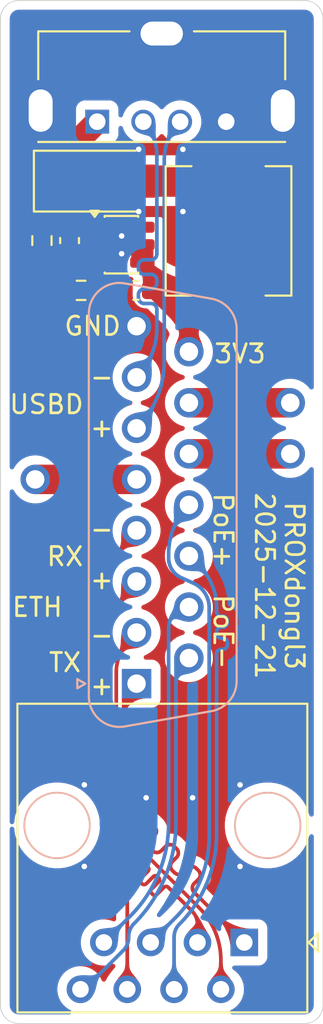
<source format=kicad_pcb>
(kicad_pcb
	(version 20241229)
	(generator "pcbnew")
	(generator_version "9.0")
	(general
		(thickness 1.6)
		(legacy_teardrops no)
	)
	(paper "A4")
	(layers
		(0 "F.Cu" signal)
		(2 "B.Cu" signal)
		(9 "F.Adhes" user "F.Adhesive")
		(11 "B.Adhes" user "B.Adhesive")
		(13 "F.Paste" user)
		(15 "B.Paste" user)
		(5 "F.SilkS" user "F.Silkscreen")
		(7 "B.SilkS" user "B.Silkscreen")
		(1 "F.Mask" user)
		(3 "B.Mask" user)
		(17 "Dwgs.User" user "User.Drawings")
		(19 "Cmts.User" user "User.Comments")
		(21 "Eco1.User" user "User.Eco1")
		(23 "Eco2.User" user "User.Eco2")
		(25 "Edge.Cuts" user)
		(27 "Margin" user)
		(31 "F.CrtYd" user "F.Courtyard")
		(29 "B.CrtYd" user "B.Courtyard")
		(35 "F.Fab" user)
		(33 "B.Fab" user)
		(39 "User.1" user)
		(41 "User.2" user)
		(43 "User.3" user)
		(45 "User.4" user)
	)
	(setup
		(pad_to_mask_clearance 0)
		(allow_soldermask_bridges_in_footprints no)
		(tenting front back)
		(pcbplotparams
			(layerselection 0x00000000_00000000_55555555_5755f5ff)
			(plot_on_all_layers_selection 0x00000000_00000000_00000000_00000000)
			(disableapertmacros no)
			(usegerberextensions yes)
			(usegerberattributes yes)
			(usegerberadvancedattributes yes)
			(creategerberjobfile yes)
			(dashed_line_dash_ratio 12.000000)
			(dashed_line_gap_ratio 3.000000)
			(svgprecision 4)
			(plotframeref no)
			(mode 1)
			(useauxorigin no)
			(hpglpennumber 1)
			(hpglpenspeed 20)
			(hpglpendiameter 15.000000)
			(pdf_front_fp_property_popups yes)
			(pdf_back_fp_property_popups yes)
			(pdf_metadata yes)
			(pdf_single_document no)
			(dxfpolygonmode yes)
			(dxfimperialunits yes)
			(dxfusepcbnewfont yes)
			(psnegative no)
			(psa4output no)
			(plot_black_and_white yes)
			(sketchpadsonfab no)
			(plotpadnumbers no)
			(hidednponfab no)
			(sketchdnponfab yes)
			(crossoutdnponfab yes)
			(subtractmaskfromsilk no)
			(outputformat 1)
			(mirror no)
			(drillshape 0)
			(scaleselection 1)
			(outputdirectory "out/")
		)
	)
	(net 0 "")
	(net 1 "unconnected-(J1-P14-Pad14)")
	(net 2 "/ETH_DC1+")
	(net 3 "/ETH_RX-")
	(net 4 "/ETH_TX+")
	(net 5 "/ETH_DC2+")
	(net 6 "/ETH_DC1-")
	(net 7 "unconnected-(J1-P13-Pad13)")
	(net 8 "/ETH_DC2-")
	(net 9 "/ETH_RX+")
	(net 10 "/ETH_TX-")
	(net 11 "unconnected-(J1-Pad5)")
	(net 12 "/USB_D-")
	(net 13 "/USB_D+")
	(net 14 "+3V3")
	(net 15 "GND")
	(net 16 "+5V")
	(net 17 "Net-(D1-A)")
	(net 18 "Net-(U1-FB)")
	(net 19 "unconnected-(U1-NC-Pad6)")
	(footprint "Connector_USB:USB_A_Molex_105057_Vertical" (layer "F.Cu") (at 105.25 49.575))
	(footprint "Diode_SMD:D_SMA" (layer "F.Cu") (at 105.325 52.8))
	(footprint "Package_TO_SOT_SMD:SOT-23-6" (layer "F.Cu") (at 106.5625 56.25))
	(footprint "Capacitor_SMD:C_0603_1608Metric" (layer "F.Cu") (at 103.75 56.025 -90))
	(footprint "Inductor_SMD:L_APV_APH0630" (layer "F.Cu") (at 112.375 55.5 90))
	(footprint "Resistor_SMD:R_0603_1608Metric" (layer "F.Cu") (at 104.375 58.725))
	(footprint "Resistor_SMD:R_0603_1608Metric" (layer "F.Cu") (at 102.25 56.025 -90))
	(footprint "Capacitor_SMD:C_0603_1608Metric" (layer "F.Cu") (at 107.35 58.725 180))
	(footprint (layer "F.Cu") (at 101.885 68.98))
	(footprint (layer "F.Cu") (at 115.725 67.595))
	(footprint (layer "F.Cu") (at 115.725 64.825))
	(footprint "Connector_RJ:RJ45_OST_PJ012-8P8CX_Vertical" (layer "F.Cu") (at 113.23 94.1 180))
	(footprint "Connector_Dsub:DSUB-15_Socket_Vertical_P2.77x2.84mm" (layer "B.Cu") (at 107.385 80.06 -90))
	(gr_line
		(start 100 97.5)
		(end 100 44)
		(stroke
			(width 0.05)
			(type default)
		)
		(layer "Edge.Cuts")
		(uuid "0db6ce03-0979-466c-8d70-b73e485d4a8f")
	)
	(gr_line
		(start 117.5 44)
		(end 117.5 97.5)
		(stroke
			(width 0.05)
			(type default)
		)
		(layer "Edge.Cuts")
		(uuid "10be46f5-97dc-400b-ad24-0b8b87306653")
	)
	(gr_line
		(start 101 43)
		(end 116.5 43)
		(stroke
			(width 0.05)
			(type default)
		)
		(layer "Edge.Cuts")
		(uuid "413b3a9e-9bd9-4831-9365-cd63dbd28d7f")
	)
	(gr_arc
		(start 116.5 43)
		(mid 117.207107 43.292893)
		(end 117.5 44)
		(stroke
			(width 0.05)
			(type default)
		)
		(layer "Edge.Cuts")
		(uuid "52b734ef-74dd-43b6-888f-18443ecf54e3")
	)
	(gr_arc
		(start 101 98.5)
		(mid 100.292893 98.207107)
		(end 100 97.5)
		(stroke
			(width 0.05)
			(type default)
		)
		(layer "Edge.Cuts")
		(uuid "6a17951b-3130-4b4a-9fe8-2b07478bf2be")
	)
	(gr_line
		(start 116.5 98.5)
		(end 101 98.5)
		(stroke
			(width 0.05)
			(type default)
		)
		(layer "Edge.Cuts")
		(uuid "79c46bbb-04e4-4a4a-967a-27117ae08049")
	)
	(gr_arc
		(start 117.5 97.5)
		(mid 117.207107 98.207107)
		(end 116.5 98.5)
		(stroke
			(width 0.05)
			(type default)
		)
		(layer "Edge.Cuts")
		(uuid "dbd91a20-56fa-46cf-ba01-69e810d4c7e5")
	)
	(gr_arc
		(start 100 44)
		(mid 100.292893 43.292893)
		(end 101 43)
		(stroke
			(width 0.05)
			(type default)
		)
		(layer "Edge.Cuts")
		(uuid "f40b6dc1-c075-4afe-b6bc-38632a8e4915")
	)
	(gr_text "ETH"
		(at 102 76.5 0)
		(layer "F.SilkS")
		(uuid "049bffc6-81b2-43bb-a40c-9da8e459d2e1")
		(effects
			(font
				(size 1 1)
				(thickness 0.15)
			)
			(justify bottom)
		)
	)
	(gr_text "+"
		(at 105.5 75 0)
		(layer "F.SilkS")
		(uuid "0b90a5b0-df5d-4501-b2f2-b67448d903bf")
		(effects
			(font
				(size 1 1)
				(thickness 0.15)
			)
			(justify bottom)
		)
	)
	(gr_text "TX"
		(at 103.5 79.5 0)
		(layer "F.SilkS")
		(uuid "1794d75d-514e-449d-9103-4763c94b122d")
		(effects
			(font
				(size 1 1)
				(thickness 0.15)
			)
			(justify bottom)
		)
	)
	(gr_text "-"
		(at 105.5 78 0)
		(layer "F.SilkS")
		(uuid "1df42f9d-6b34-4d56-ac24-44dc5206c04f")
		(effects
			(font
				(size 1 1)
				(thickness 0.15)
			)
			(justify bottom)
		)
	)
	(gr_text "+"
		(at 105.5 80.75 0)
		(layer "F.SilkS")
		(uuid "26fe9f4a-06b7-4719-b1a4-70101fcfed63")
		(effects
			(font
				(size 1 1)
				(thickness 0.15)
			)
			(justify bottom)
		)
	)
	(gr_text "3V3"
		(at 113 62.75 0)
		(layer "F.SilkS")
		(uuid "3ee0d8b8-3e57-41fc-b8b9-064870c61fbb")
		(effects
			(font
				(size 1 1)
				(thickness 0.15)
			)
			(justify bottom)
		)
	)
	(gr_text "-"
		(at 105.5 72.25 0)
		(layer "F.SilkS")
		(uuid "3f3f6247-261b-47e9-ac0a-2d4d11d96d03")
		(effects
			(font
				(size 1 1)
				(thickness 0.15)
			)
			(justify bottom)
		)
	)
	(gr_text "PoE+"
		(at 111.5 71.75 270)
		(layer "F.SilkS")
		(uuid "4819db5c-a7f2-4d5a-892b-093ce72a6ae9")
		(effects
			(font
				(size 1 1)
				(thickness 0.15)
			)
			(justify bottom)
		)
	)
	(gr_text "GND"
		(at 105 61.25 0)
		(layer "F.SilkS")
		(uuid "62408669-0d82-4b09-a3c6-e15998c50aa3")
		(effects
			(font
				(size 1 1)
				(thickness 0.15)
			)
			(justify bottom)
		)
	)
	(gr_text "-"
		(at 105.5 64 0)
		(layer "F.SilkS")
		(uuid "7860e24c-92e6-4578-bef4-82b88fcc73bf")
		(effects
			(font
				(size 1 1)
				(thickness 0.15)
			)
			(justify bottom)
		)
	)
	(gr_text "RX"
		(at 103.5 73.75 0)
		(layer "F.SilkS")
		(uuid "94adfeb0-c9ad-4a6b-98c9-e985685955c1")
		(effects
			(font
				(size 1 1)
				(thickness 0.15)
			)
			(justify bottom)
		)
	)
	(gr_text "PROXdongl3\n2025-12-21"
		(at 113.75 74.75 270)
		(layer "F.SilkS")
		(uuid "ca6d681c-1b30-4157-b329-de577ee1e039")
		(effects
			(font
				(size 1 1)
				(thickness 0.15)
			)
			(justify bottom)
		)
	)
	(gr_text "USBD"
		(at 102.5 65.5 0)
		(layer "F.SilkS")
		(uuid "d627d361-55c1-4fb3-8c05-87f33695c61d")
		(effects
			(font
				(size 1 1)
				(thickness 0.15)
			)
			(justify bottom)
		)
	)
	(gr_text "PoE-"
		(at 111.5 77.25 270)
		(layer "F.SilkS")
		(uuid "df6d8cb3-b30e-4703-b7c0-d3a2843d2850")
		(effects
			(font
				(size 1 1)
				(thickness 0.15)
			)
			(justify bottom)
		)
	)
	(gr_text "+"
		(at 105.5 66.75 0)
		(layer "F.SilkS")
		(uuid "ec000367-5a59-4131-9be4-cd9c849520c3")
		(effects
			(font
				(size 1 1)
				(thickness 0.15)
			)
			(justify bottom)
		)
	)
	(segment
		(start 110.225 64.825)
		(end 115.725 64.825)
		(width 1.6)
		(layers "F.Cu" "F.Mask")
		(net 1)
		(uuid "a180e4eb-2f1c-43c2-9321-c08ef324a42b")
	)
	(segment
		(start 109.42 93.811314)
		(end 109.42 96.64)
		(width 0.2)
		(layer "B.Cu")
		(net 2)
		(uuid "1b3a16c5-83c5-4082-963a-24f4bce5b034")
	)
	(segment
		(start 111.727 78.438473)
		(end 111.727 78.558473)
		(width 0.2)
		(layer "B.Cu")
		(net 2)
		(uuid "297592fe-a272-44fc-9e77-42cb25950c25")
	)
	(segment
		(start 112.307 77.838473)
		(end 112.307 77.958473)
		(width 0.2)
		(layer "B.Cu")
		(net 2)
		(uuid "3605a777-fcb1-4949-9d2b-4fed50311136")
	)
	(segment
		(start 110.225 73.135)
		(end 110.837673 73.747673)
		(width 0.2)
		(layer "B.Cu")
		(net 2)
		(uuid "42abc40d-b88e-4359-b3e2-d2fd62bc3daf")
	)
	(segment
		(start 111.967 76.398473)
		(end 112.067 76.398473)
		(width 0.2)
		(layer "B.Cu")
		(net 2)
		(uuid "4b6e64f8-ddf2-4ad7-88b5-f979a45e1a53")
	)
	(segment
		(start 111.727 78.611757)
		(end 111.727 79.948824)
		(width 0.2)
		(layer "B.Cu")
		(net 2)
		(uuid "58c9926b-6326-42e7-9dc0-12c851049de2")
	)
	(segment
		(start 111.727 78.558473)
		(end 111.727 78.611757)
		(width 0.2)
		(layer "B.Cu")
		(net 2)
		(uuid "83f4b8a8-9871-4188-8e2f-293062ac7c8a")
	)
	(segment
		(start 112.307 76.638473)
		(end 112.307 76.758473)
		(width 0.2)
		(layer "B.Cu")
		(net 2)
		(uuid "989da18c-164e-4312-b765-d0763e0d36c9")
	)
	(segment
		(start 112.067 76.998473)
		(end 111.967 76.998473)
		(width 0.2)
		(layer "B.Cu")
		(net 2)
		(uuid "aba83d00-45b9-415e-8971-df563c611b99")
	)
	(segment
		(start 111.727 79.948824)
		(end 111.727 88.241834)
		(width 0.2)
		(layer "B.Cu")
		(net 2)
		(uuid "b4f4a6aa-0c07-400b-8acd-30687c0c6f72")
	)
	(segment
		(start 112.067 78.198473)
		(end 111.967 78.198473)
		(width 0.2)
		(layer "B.Cu")
		(net 2)
		(uuid "c29c28f6-4ec4-47de-af13-a0590522dd89")
	)
	(segment
		(start 111.727005 75.894771)
		(end 111.727 76.158473)
		(width 0.2)
		(layer "B.Cu")
		(net 2)
		(uuid "cca05b71-5b5f-4256-ab52-cb01e3d64242")
	)
	(segment
		(start 111.727 77.238473)
		(end 111.727 77.358473)
		(width 0.2)
		(layer "B.Cu")
		(net 2)
		(uuid "e8f35f1c-5947-4153-b041-9d5f8b5d5ced")
	)
	(segment
		(start 111.967 77.598473)
		(end 112.067 77.598473)
		(width 0.2)
		(layer "B.Cu")
		(net 2)
		(uuid "eca8d92f-de7c-4ff4-8620-6832795d65d8")
	)
	(arc
		(start 111.727 88.241834)
		(mid 111.203571 90.873289)
		(end 109.712893 93.104207)
		(width 0.2)
		(layer "B.Cu")
		(net 2)
		(uuid "3d729d30-f11a-449e-8f5f-d25a15500890")
	)
	(arc
		(start 111.727 77.358473)
		(mid 111.797294 77.528179)
		(end 111.967 77.598473)
		(width 0.2)
		(layer "B.Cu")
		(net 2)
		(uuid "4889e938-fd7e-45f7-a438-fd58a02665ad")
	)
	(arc
		(start 111.967 76.998473)
		(mid 111.797294 77.068767)
		(end 111.727 77.238473)
		(width 0.2)
		(layer "B.Cu")
		(net 2)
		(uuid "840bed66-a729-458a-bb79-41114e5b1fc5")
	)
	(arc
		(start 112.307 77.958473)
		(mid 112.236706 78.128179)
		(end 112.067 78.198473)
		(width 0.2)
		(layer "B.Cu")
		(net 2)
		(uuid "88017b7f-2ce8-4096-b5fa-7d43e157a07b")
	)
	(arc
		(start 112.307 76.758473)
		(mid 112.236706 76.928179)
		(end 112.067 76.998473)
		(width 0.2)
		(layer "B.Cu")
		(net 2)
		(uuid "9785c371-2f24-469e-8504-4a7247b09219")
	)
	(arc
		(start 111.727 76.158473)
		(mid 111.797294 76.328179)
		(end 111.967 76.398473)
		(width 0.2)
		(layer "B.Cu")
		(net 2)
		(uuid "a609964b-d264-4d9f-b12b-08cc4a699a63")
	)
	(arc
		(start 112.067 76.398473)
		(mid 112.236706 76.468767)
		(end 112.307 76.638473)
		(width 0.2)
		(layer "B.Cu")
		(net 2)
		(uuid "ac1d85bb-f59a-4dfc-941c-ef6392377f83")
	)
	(arc
		(start 109.712893 93.104207)
		(mid 109.49612 93.428631)
		(end 109.42 93.811314)
		(width 0.2)
		(layer "B.Cu")
		(net 2)
		(uuid "d6ee7632-5b2a-4cfb-b595-83b645ff3a0f")
	)
	(arc
		(start 110.837673 73.747673)
		(mid 111.495887 74.73277)
		(end 111.727005 75.894771)
		(width 0.2)
		(layer "B.Cu")
		(net 2)
		(uuid "d77a85b3-60db-4da9-b72d-3bba58386af8")
	)
	(arc
		(start 112.067 77.598473)
		(mid 112.236706 77.668767)
		(end 112.307 77.838473)
		(width 0.2)
		(layer "B.Cu")
		(net 2)
		(uuid "db339cf9-2624-410e-9cdf-a3c53cbe6b3f")
	)
	(arc
		(start 111.967 78.198473)
		(mid 111.797294 78.268767)
		(end 111.727 78.438473)
		(width 0.2)
		(layer "B.Cu")
		(net 2)
		(uuid "e60421ae-9944-4ba1-b5d8-dc864b2c1861")
	)
	(segment
		(start 106.88 96.64)
		(end 106.88 91.014127)
		(width 0.2)
		(layer "F.Cu")
		(net 3)
		(uuid "35e5ba2f-7fd0-48ff-93b1-eae833a0d61e")
	)
	(segment
		(start 105.482 87.639086)
		(end 105.482 76.344198)
		(width 0.2)
		(layer "F.Cu")
		(net 3)
		(uuid "60b35e78-4833-4263-92c3-97eb2a95da3d")
	)
	(arc
		(start 105.774893 88.346193)
		(mid 106.592798 89.570264)
		(end 106.88 91.014127)
		(width 0.2)
		(layer "F.Cu")
		(net 3)
		(uuid "19e1288e-cd7a-4cfe-953d-6947053902e2")
	)
	(arc
		(start 107.385 71.75)
		(mid 105.976563 73.857856)
		(end 105.482 76.344198)
		(width 0.2)
		(layer "F.Cu")
		(net 3)
		(uuid "9c5fc30d-d7ed-4b8a-bacb-26097bee2dee")
	)
	(arc
		(start 105.774893 88.346193)
		(mid 105.55812 88.02177)
		(end 105.482 87.639086)
		(width 0.2)
		(layer "F.Cu")
		(net 3)
		(uuid "d51b8968-c8e4-42c4-9a1a-bfffcced0d88")
	)
	(segment
		(start 106.685 80.76)
		(end 106.685 87.140786)
		(width 0.2)
		(layer "F.Cu")
		(net 4)
		(uuid "213cc9bc-96a1-4c17-8f5c-ccd93a116c65")
	)
	(segment
		(start 108.728115 89.12294)
		(end 108.960045 88.891007)
		(width 0.2)
		(layer "F.Cu")
		(net 4)
		(uuid "24ac8024-d204-4326-b00b-005f6abc51fc")
	)
	(segment
		(start 110.62316 90.078947)
		(end 110.741953 90.19774)
		(width 0.2)
		(layer "F.Cu")
		(net 4)
		(uuid "33be4c92-56f3-41eb-816b-15f32d9d77e2")
	)
	(segment
		(start 107.385 80.06)
		(end 106.685 80.76)
		(width 0.2)
		(layer "F.Cu")
		(net 4)
		(uuid "34c1f55e-d59e-4312-a4ac-b692196311fb")
	)
	(segment
		(start 110.741953 90.672916)
		(end 110.51002 90.904846)
		(width 0.2)
		(layer "F.Cu")
		(net 4)
		(uuid "5422b261-37a7-4aa3-8ee2-9fe0f509da50")
	)
	(segment
		(start 107.385 80.06)
		(end 106.977893 80.467107)
		(width 0.2)
		(layer "F.Cu")
		(net 4)
		(uuid "6c1f7510-deab-4342-9ffa-c055c23b178e")
	)
	(segment
		(start 107.540176 87.935001)
		(end 107.772106 87.703068)
		(width 0.2)
		(layer "F.Cu")
		(net 4)
		(uuid "84b38016-7cc8-4fa3-8b7d-a5b057c522ba")
	)
	(segment
		(start 109.554014 89.484977)
		(end 109.322081 89.716907)
		(width 0.2)
		(layer "F.Cu")
		(net 4)
		(uuid "9ac48fe6-f7b1-44c0-98a7-4e04da66844b")
	)
	(segment
		(start 109.916054 90.310879)
		(end 110.147984 90.078946)
		(width 0.2)
		(layer "F.Cu")
		(net 4)
		(uuid "a2574c8e-f60c-47dc-ba1e-fdeaf4826972")
	)
	(segment
		(start 110.628817 91.498817)
		(end 111.065 91.935)
		(width 0.2)
		(layer "F.Cu")
		(net 4)
		(uuid "ab11df4e-0c3b-49e5-b3ae-859f74f2b246")
	)
	(segment
		(start 109.435221 88.891008)
		(end 109.554014 89.009801)
		(width 0.2)
		(layer "F.Cu")
		(net 4)
		(uuid "b6312bb9-ecae-4f9e-96e4-326e5c0f01a1")
	)
	(segment
		(start 109.322082 90.192083)
		(end 109.440878 90.310878)
		(width 0.2)
		(layer "F.Cu")
		(net 4)
		(uuid "b73de118-aa28-480d-b46e-9d60e59735a8")
	)
	(segment
		(start 108.366075 88.297038)
		(end 108.134142 88.528968)
		(width 0.2)
		(layer "F.Cu")
		(net 4)
		(uuid "bca99180-b19e-4329-afac-060f59b785f4")
	)
	(segment
		(start 111.065 91.935)
		(end 113.23 94.1)
		(width 0.2)
		(layer "F.Cu")
		(net 4)
		(uuid "d2aaabad-c98a-45ae-96f4-1a8bd2222fa4")
	)
	(segment
		(start 108.247282 87.703069)
		(end 108.366075 87.821862)
		(width 0.2)
		(layer "F.Cu")
		(net 4)
		(uuid "dfb03752-e664-48a2-9d08-a7133c0f8063")
	)
	(segment
		(start 110.510021 91.380022)
		(end 110.628817 91.498817)
		(width 0.2)
		(layer "F.Cu")
		(net 4)
		(uuid "e06b253f-14fb-4dc8-9851-561d427c4427")
	)
	(segment
		(start 106.977893 87.847893)
		(end 107.065 87.935)
		(width 0.2)
		(layer "F.Cu")
		(net 4)
		(uuid "e20394a6-36ba-478e-8529-2641863adfaf")
	)
	(segment
		(start 108.134143 89.004144)
		(end 108.252939 89.122939)
		(width 0.2)
		(layer "F.Cu")
		(net 4)
		(uuid "e7e0aa8a-e407-46af-a998-0e98ace99086")
	)
	(arc
		(start 108.134142 88.528968)
		(mid 108.035731 88.766556)
		(end 108.134143 89.004144)
		(width 0.2)
		(layer "F.Cu")
		(net 4)
		(uuid "233b63ef-0432-464d-be60-e0fff5d13ac2")
	)
	(arc
		(start 110.51002 90.904846)
		(mid 110.411609 91.142434)
		(end 110.510021 91.380022)
		(width 0.2)
		(layer "F.Cu")
		(net 4)
		(uuid "3f33e3bc-9f81-4a07-86d5-c2781531a87b")
	)
	(arc
		(start 109.440878 90.310878)
		(mid 109.678467 90.40929)
		(end 109.916054 90.310879)
		(width 0.2)
		(layer "F.Cu")
		(net 4)
		(uuid "443a3d4a-6585-4196-a40e-7041425c4eac")
	)
	(arc
		(start 110.147984 90.078946)
		(mid 110.385572 89.980535)
		(end 110.62316 90.078947)
		(width 0.2)
		(layer "F.Cu")
		(net 4)
		(uuid "450e2d8f-0dd2-42b4-8f9f-39d4c2ccd201")
	)
	(arc
		(start 110.741953 90.19774)
		(mid 110.840365 90.435328)
		(end 110.741953 90.672916)
		(width 0.2)
		(layer "F.Cu")
		(net 4)
		(uuid "4e2764a4-0acf-4e47-855b-0e09e4b064ac")
	)
	(arc
		(start 107.065 87.935)
		(mid 107.302589 88.033412)
		(end 107.540176 87.935001)
		(width 0.2)
		(layer "F.Cu")
		(net 4)
		(uuid "617fa0de-ebb0-436c-8263-15595d60ef9c")
	)
	(arc
		(start 108.366075 87.821862)
		(mid 108.464487 88.05945)
		(end 108.366075 88.297038)
		(width 0.2)
		(layer "F.Cu")
		(net 4)
		(uuid "75f31041-05b3-4f77-bf21-c5469b3b3203")
	)
	(arc
		(start 108.252939 89.122939)
		(mid 108.490528 89.221351)
		(end 108.728115 89.12294)
		(width 0.2)
		(layer "F.Cu")
		(net 4)
		(uuid "8f790694-a398-4b1e-bb57-b582fb2543be")
	)
	(arc
		(start 107.772106 87.703068)
		(mid 108.009694 87.604657)
		(end 108.247282 87.703069)
		(width 0.2)
		(layer "F.Cu")
		(net 4)
		(uuid "a951adfe-5ee2-47da-a8db-acf76f9336c4")
	)
	(arc
		(start 109.554014 89.009801)
		(mid 109.652426 89.247389)
		(end 109.554014 89.484977)
		(width 0.2)
		(layer "F.Cu")
		(net 4)
		(uuid "cac28868-16bc-44b8-8510-56e0c858b8a5")
	)
	(arc
		(start 106.685 87.140786)
		(mid 106.76112 87.52347)
		(end 106.977893 87.847893)
		(width 0.2)
		(layer "F.Cu")
		(net 4)
		(uuid "d50a074b-b3dd-4558-8c40-85b226028dcd")
	)
	(arc
		(start 109.322081 89.716907)
		(mid 109.22367 89.954495)
		(end 109.322082 90.192083)
		(width 0.2)
		(layer "F.Cu")
		(net 4)
		(uuid "dc2f670d-15ea-4477-9882-6c8a74a5d2f3")
	)
	(arc
		(start 108.960045 88.891007)
		(mid 109.197633 88.792596)
		(end 109.435221 88.891008)
		(width 0.2)
		(layer "F.Cu")
		(net 4)
		(uuid "e16beaad-139b-4905-8a28-40e8a90511db")
	)
	(segment
		(start 111.326 75.937102)
		(end 111.326 88.341275)
		(width 0.2)
		(layer "B.Cu")
		(net 5)
		(uuid "2e521ab4-1c9c-4f82-8744-e8f74b45f502")
	)
	(segment
		(start 109.4997 92.750316)
		(end 108.15 94.1)
		(width 0.2)
		(layer "B.Cu")
		(net 5)
		(uuid "50323dfe-b2cd-4ed8-8839-87d366f75576")
	)
	(segment
		(start 109.123999 73.094481)
		(end 109.123997 73.24715)
		(width 0.2)
		(layer "B.Cu")
		(net 5)
		(uuid "573d0532-267c-4c64-81f2-82efa49f1e11")
	)
	(segment
		(start 109.124 73.050762)
		(end 109.123999 73.094481)
		(width 0.2)
		(layer "B.Cu")
		(net 5)
		(uuid "83aac324-fece-4496-8203-5c602cf4d72f")
	)
	(segment
		(start 109.124 73.022931)
		(end 109.124 73.050762)
		(width 0.2)
		(layer "B.Cu")
		(net 5)
		(uuid "b55e6cf2-afd1-4de7-8e61-c1b98395f5a3")
	)
	(segment
		(start 109.80946 74.311291)
		(end 110.472761 74.612516)
		(width 0.2)
		(layer "B.Cu")
		(net 5)
		(uuid "e3ce3b94-346f-4702-a787-4bad6a18c179")
	)
	(arc
		(start 109.123997 73.24715)
		(mid 109.310191 73.880054)
		(end 109.80946 74.311291)
		(width 0.2)
		(layer "B.Cu")
		(net 5)
		(uuid "29764fa2-a997-4704-9206-466832b26de4")
	)
	(arc
		(start 110.225 70.365)
		(mid 109.410133 71.584481)
		(end 109.124 73.022931)
		(width 0.2)
		(layer "B.Cu")
		(net 5)
		(uuid "524331c2-a955-4a25-93ad-45d61e2ba38d")
	)
	(arc
		(start 111.326 88.341275)
		(mid 110.85136 90.727434)
		(end 109.4997 92.750316)
		(width 0.2)
		(layer "B.Cu")
		(net 5)
		(uuid "95ff44f7-af53-4de6-a56f-ea9300a9a3de")
	)
	(arc
		(start 111.326 75.937102)
		(mid 111.094227 75.149297)
		(end 110.472761 74.612516)
		(width 0.2)
		(layer "B.Cu")
		(net 5)
		(uuid "e8685c65-5f2e-4be2-a160-a7a6580df01f")
	)
	(segment
		(start 109.416893 76.333107)
		(end 109.845 75.905)
		(width 0.2)
		(layer "B.Cu")
		(net 6)
		(uuid "19de6717-dd66-4f55-9b1f-ed5f070abbb0")
	)
	(segment
		(start 109.124 87.641773)
		(end 109.124 77.040214)
		(width 0.2)
		(layer "B.Cu")
		(net 6)
		(uuid "7ef2c0a7-1daf-4709-ba47-40c201c5c4ee")
	)
	(segment
		(start 109.845 75.905)
		(end 110.225 75.905)
		(width 0.2)
		(layer "B.Cu")
		(net 6)
		(uuid "7ff693eb-e5e6-4b1c-9b05-4bb976a10db3")
	)
	(segment
		(start 105.61 94.1)
		(end 107.042033 92.668001)
		(width 0.2)
		(layer "B.Cu")
		(net 6)
		(uuid "947dcb75-2a58-4d01-91e3-4a251669c49b")
	)
	(segment
		(start 105.61 94.1)
		(end 105.5 93.99)
		(width 0.2)
		(layer "B.Cu")
		(net 6)
		(uuid "ee570994-3e94-4237-bd5c-cfcc1aedb572")
	)
	(arc
		(start 107.042033 92.668001)
		(mid 108.582913 90.361955)
		(end 109.124 87.641773)
		(width 0.2)
		(layer "B.Cu")
		(net 6)
		(uuid "9367f155-3e0b-4ef1-95e0-d75e8f9bf54c")
	)
	(arc
		(start 109.416893 76.333107)
		(mid 109.20012 76.65753)
		(end 109.124 77.040214)
		(width 0.2)
		(layer "B.Cu")
		(net 6)
		(uuid "ac278524-a01d-4232-8144-d0e3b99e6d94")
	)
	(segment
		(start 110.225 67.595)
		(end 115.725 67.595)
		(width 1.6)
		(layers "F.Cu" "F.Mask")
		(net 7)
		(uuid "e0b0e1d7-6b93-4fdf-874e-07a74647b92f")
	)
	(segment
		(start 106.953893 93.828232)
		(end 106.953893 93.785982)
		(width 0.2)
		(layer "B.Cu")
		(net 8)
		(uuid "6010f089-3123-43db-a364-fbc262c45f34")
	)
	(segment
		(start 109.525 87.578835)
		(end 109.525 79.789214)
		(width 0.2)
		(layer "B.Cu")
		(net 8)
		(uuid "7e9e76bf-d0c5-4b76-b851-d7129937c28e")
	)
	(segment
		(start 104.556339 96.64)
		(end 106.661 94.535339)
		(width 0.2)
		(layer "B.Cu")
		(net 8)
		(uuid "95ee3c68-50d0-449d-b1c1-bdd40f4b71cc")
	)
	(segment
		(start 104.34 96.64)
		(end 104.556339 96.64)
		(width 0.2)
		(layer "B.Cu")
		(net 8)
		(uuid "b41c45bb-3840-4329-873b-0826724ca19c")
	)
	(segment
		(start 109.817893 79.082107)
		(end 110.225 78.675)
		(width 0.2)
		(layer "B.Cu")
		(net 8)
		(uuid "ee68e164-ca41-4506-92ea-0620134d969e")
	)
	(arc
		(start 109.525 79.789214)
		(mid 109.60112 79.406531)
		(end 109.817893 79.082107)
		(width 0.2)
		(layer "B.Cu")
		(net 8)
		(uuid "601c0325-34fd-4107-8982-98e1646ff6bb")
	)
	(arc
		(start 106.953893 93.785982)
		(mid 107.030013 93.403299)
		(end 107.246786 93.078875)
		(width 0.2)
		(layer "B.Cu")
		(net 8)
		(uuid "6cbdcb56-97f5-4eb9-bec7-9c4b1ad8ab0a")
	)
	(arc
		(start 106.661 94.535339)
		(mid 106.877773 94.210916)
		(end 106.953893 93.828232)
		(width 0.2)
		(layer "B.Cu")
		(net 8)
		(uuid "cdf8a814-f6e8-4848-b587-18abdfccfa59")
	)
	(arc
		(start 107.246786 93.078875)
		(mid 108.932921 90.555415)
		(end 109.525 87.578835)
		(width 0.2)
		(layer "B.Cu")
		(net 8)
		(uuid "eb7a141a-7c25-4cc6-b7e6-d884c399ce57")
	)
	(segment
		(start 109.162381 91.166581)
		(end 109.3279 91.3321)
		(width 0.2)
		(layer "F.Cu")
		(net 9)
		(uuid "15b411c7-ffbd-4ead-bf58-f9f9c6b35cb2")
	)
	(segment
		(start 109.104397 91.108597)
		(end 109.162381 91.166581)
		(width 0.2)
		(layer "F.Cu")
		(net 9)
		(uuid "2762318f-2d42-4a0d-9577-aa34abcf0d1c")
	)
	(segment
		(start 108.002727 90.238858)
		(end 107.619475 90.622109)
		(width 0.2)
		(layer "F.Cu")
		(net 9)
		(uuid "287071ee-1ee2-499c-a9ce-f8ecf42d3b0b")
	)
	(segment
		(start 107.4229 89.659031)
		(end 107.216424 89.865506)
		(width 0.2)
		(layer "F.Cu")
		(net 9)
		(uuid "29a7ed2f-8e4f-4cb7-82c9-1b82aa07d29c")
	)
	(segment
		(start 108.199302 91.433867)
		(end 108.257284 91.491849)
		(width 0.2)
		(layer "F.Cu")
		(net 9)
		(uuid "2bc0a353-443d-4045-92f7-8008b44d6876")
	)
	(segment
		(start 107.216424 90.097437)
		(end 107.274406 90.155419)
		(width 0.2)
		(layer "F.Cu")
		(net 9)
		(uuid "3bd8a843-541f-49a2-80ce-54e5adec7582")
	)
	(segment
		(start 109.3279 91.3321)
		(end 110.281037 92.285237)
		(width 0.2)
		(layer "F.Cu")
		(net 9)
		(uuid "3ff0c178-d559-4453-b347-324ac0c71169")
	)
	(segment
		(start 110.281037 92.285237)
		(end 110.397107 92.401307)
		(width 0.2)
		(layer "F.Cu")
		(net 9)
		(uuid "870a4c3e-3467-4d7d-899e-2fa5d5e145dc")
	)
	(segment
		(start 107.944743 89.948943)
		(end 108.002727 90.006927)
		(width 0.2)
		(layer "F.Cu")
		(net 9)
		(uuid "9c62ffd7-2d59-4831-8a10-0b34bb66b7f3")
	)
	(segment
		(start 107.506337 90.155419)
		(end 107.712812 89.948943)
		(width 0.2)
		(layer "F.Cu")
		(net 9)
		(uuid "a5c6f3b1-9b78-483d-a59a-da4a82b89d2b")
	)
	(segment
		(start 107.909388 90.912022)
		(end 108.292639 90.52877)
		(width 0.2)
		(layer "F.Cu")
		(net 9)
		(uuid "a8239e8f-f4ad-4bcd-a685-40b24630076d")
	)
	(segment
		(start 108.582554 90.818685)
		(end 108.199302 91.201936)
		(width 0.2)
		(layer "F.Cu")
		(net 9)
		(uuid "ae2a428f-6241-4267-938d-dc7b1785dbab")
	)
	(segment
		(start 107.619475 90.85404)
		(end 107.677457 90.912022)
		(width 0.2)
		(layer "F.Cu")
		(net 9)
		(uuid "bd542de6-00d6-4569-a8a8-7b814e5434c0")
	)
	(segment
		(start 105.883 78.146129)
		(end 105.883 87.472986)
		(width 0.2)
		(layer "F.Cu")
		(net 9)
		(uuid "bdcc6913-de0c-47e8-80af-b18b6df31a33")
	)
	(segment
		(start 108.52457 90.52877)
		(end 108.582554 90.586754)
		(width 0.2)
		(layer "F.Cu")
		(net 9)
		(uuid "cbb60cd9-50b4-4299-b5a3-262396cc7801")
	)
	(segment
		(start 106.175893 88.180093)
		(end 107.4229 89.4271)
		(width 0.2)
		(layer "F.Cu")
		(net 9)
		(uuid "dc2eb85c-2011-497b-9c1a-e9375e89c281")
	)
	(segment
		(start 108.489215 91.491849)
		(end 108.872466 91.108597)
		(width 0.2)
		(layer "F.Cu")
		(net 9)
		(uuid "f106b01f-947e-4b6d-b921-7b6d67ddc96c")
	)
	(segment
		(start 110.69 93.108414)
		(end 110.69 94.1)
		(width 0.2)
		(layer "F.Cu")
		(net 9)
		(uuid "fadf9c9d-be21-45c6-bd28-ba31471b182e")
	)
	(arc
		(start 107.677457 90.912022)
		(mid 107.793423 90.960056)
		(end 107.909388 90.912022)
		(width 0.2)
		(layer "F.Cu")
		(net 9)
		(uuid "0044d40f-1336-4018-897f-f767c31ef9ee")
	)
	(arc
		(start 110.397107 92.401307)
		(mid 110.61388 92.725731)
		(end 110.69 93.108414)
		(width 0.2)
		(layer "F.Cu")
		(net 9)
		(uuid "08a9e97a-790d-4c1c-9c02-8911175f24f6")
	)
	(arc
		(start 105.883 87.472986)
		(mid 105.95912 87.855669)
		(end 106.175893 88.180093)
		(width 0.2)
		(layer "F.Cu")
		(net 9)
		(uuid "132eb2b6-7af8-45e0-ad5e-0a1ba96503ff")
	)
	(arc
		(start 108.199302 91.201936)
		(mid 108.151268 91.317901)
		(end 108.199302 91.433867)
		(width 0.2)
		(layer "F.Cu")
		(net 9)
		(uuid "2908833b-4ba6-4279-91a0-8e3768d41ad8")
	)
	(arc
		(start 107.4229 89.4271)
		(mid 107.470934 89.543066)
		(end 107.4229 89.659031)
		(width 0.2)
		(layer "F.Cu")
		(net 9)
		(uuid "3d1a5c3b-9c1c-4ff9-b509-0cd7ba345534")
	)
	(arc
		(start 108.002727 90.006927)
		(mid 108.050761 90.122893)
		(end 108.002727 90.238858)
		(width 0.2)
		(layer "F.Cu")
		(net 9)
		(uuid "43d0c6e6-db7b-45ce-b80a-75e47fc99d11")
	)
	(arc
		(start 107.619475 90.622109)
		(mid 107.571441 90.738074)
		(end 107.619475 90.85404)
		(width 0.2)
		(layer "F.Cu")
		(net 9)
		(uuid "450ede13-fc08-433a-a879-90ba3cb3c275")
	)
	(arc
		(start 107.712812 89.948943)
		(mid 107.828777 89.900909)
		(end 107.944743 89.948943)
		(width 0.2)
		(layer "F.Cu")
		(net 9)
		(uuid "559183c8-82a1-498e-9f0c-0c279546951a")
	)
	(arc
		(start 108.292639 90.52877)
		(mid 108.408604 90.480736)
		(end 108.52457 90.52877)
		(width 0.2)
		(layer "F.Cu")
		(net 9)
		(uuid "6c24ef7f-7479-488d-81ee-eaa183b09299")
	)
	(arc
		(start 108.582554 90.586754)
		(mid 108.630588 90.70272)
		(end 108.582554 90.818685)
		(width 0.2)
		(layer "F.Cu")
		(net 9)
		(uuid "a09cebd6-3518-47f7-8983-a19fb2e66433")
	)
	(arc
		(start 107.274406 90.155419)
		(mid 107.390372 90.203453)
		(end 107.506337 90.155419)
		(width 0.2)
		(layer "F.Cu")
		(net 9)
		(uuid "a2dcb139-68dc-48c9-8390-fa2135db1e40")
	)
	(arc
		(start 107.216424 89.865506)
		(mid 107.16839 89.981471)
		(end 107.216424 90.097437)
		(width 0.2)
		(layer "F.Cu")
		(net 9)
		(uuid "ad7c87b6-7075-4132-a3b8-14a1b031aa08")
	)
	(arc
		(start 107.385 74.52)
		(mid 106.273353 76.18369)
		(end 105.883 78.146129)
		(width 0.2)
		(layer "F.Cu")
		(net 9)
		(uuid "b7972300-392c-4a71-beb6-4c9b3c4b1973")
	)
	(arc
		(start 108.872466 91.108597)
		(mid 108.988431 91.060563)
		(end 109.104397 91.108597)
		(width 0.2)
		(layer "F.Cu")
		(net 9)
		(uuid "ea0192bc-0949-40f4-aa03-732e56c585c8")
	)
	(arc
		(start 108.257284 91.491849)
		(mid 108.37325 91.539883)
		(end 108.489215 91.491849)
		(width 0.2)
		(layer "F.Cu")
		(net 9)
		(uuid "ffa78e4a-9ea6-435a-ba81-a0d93d71d9c7")
	)
	(segment
		(start 111.96 96.64)
		(end 111.96 95.064265)
		(width 0.2)
		(layer "F.Cu")
		(net 10)
		(uuid "1e072b2f-a021-4d03-b679-d9ccb33c45ac")
	)
	(segment
		(start 110.781137 92.218237)
		(end 106.576893 88.013993)
		(width 0.2)
		(layer "F.Cu")
		(net 10)
		(uuid "2ced86cf-7653-41f5-805b-b58d44cbf522")
	)
	(segment
		(start 107.037789 77.637211)
		(end 107.385 77.29)
		(width 0.2)
		(layer "F.Cu")
		(net 10)
		(uuid "54d048d0-6021-4565-a7d5-639d167c4ae7")
	)
	(segment
		(start 106.284 87.306886)
		(end 106.284 79.457019)
		(width 0.2)
		(layer "F.Cu")
		(net 10)
		(uuid "712ae5f0-9554-4cfe-b6b0-42cb67fcdea8")
	)
	(arc
		(start 106.576893 88.013993)
		(mid 106.36012 87.68957)
		(end 106.284 87.306886)
		(width 0.2)
		(layer "F.Cu")
		(net 10)
		(uuid "0907e4d0-264d-4934-9588-116a623b2293")
	)
	(arc
		(start 107.037789 77.637211)
		(mid 106.479903 78.472146)
		(end 106.284 79.457019)
		(width 0.2)
		(layer "F.Cu")
		(net 10)
		(uuid "6fbe9976-3140-4f1f-b030-d3810ef537c8")
	)
	(arc
		(start 111.96 95.064265)
		(mid 111.653623 93.524006)
		(end 110.781137 92.218237)
		(width 0.2)
		(layer "F.Cu")
		(net 10)
		(uuid "c8e3aab4-fd21-4b27-8658-33ac568c0160")
	)
	(segment
		(start 101.885 68.98)
		(end 107.385 68.98)
		(width 1.6)
		(layers "F.Cu" "F.Mask")
		(net 11)
		(uuid "eb2a5634-ff35-4281-9116-6bfc7654b243")
	)
	(segment
		(start 108.486 51.351842)
		(end 108.486 51.796628)
		(width 0.2)
		(layer "B.Cu")
		(net 12)
		(uuid "022229e0-ef6b-4471-a7ff-86bdbebb8f62")
	)
	(segment
		(start 108.486 51.796628)
		(end 108.486 56.752191)
		(width 0.2)
		(layer "B.Cu")
		(net 12)
		(uuid "05cceade-a274-414f-8bf2-59eb1124b987")
	)
	(segment
		(start 108.486 60.741494)
		(end 108.486 60.781945)
		(width 0.2)
		(layer "B.Cu")
		(net 12)
		(uuid "10557358-4856-4ab5-ae04-97387702dcab")
	)
	(segment
		(start 108.486 60.451494)
		(end 108.486 60.741494)
		(width 0.2)
		(layer "B.Cu")
		(net 12)
		(uuid "14a6e22d-c347-4fc1-8b3e-f53f9be841cf")
	)
	(segment
		(start 107.802 59.438191)
		(end 108.17 59.438191)
		(width 0.2)
		(layer "B.Cu")
		(net 12)
		(uuid "2476beab-af21-4edd-993c-b2bfa6a05dae")
	)
	(segment
		(start 108.486 59.754191)
		(end 108.486 59.912191)
		(width 0.2)
		(layer "B.Cu")
		(net 12)
		(uuid "408dca81-1860-47b8-81f9-4adeff4512c8")
	)
	(segment
		(start 108.486 59.912191)
		(end 108.486 60.451494)
		(width 0.2)
		(layer "B.Cu")
		(net 12)
		(uuid "4c1fca2c-7319-40d3-ab82-cd99bcce3436")
	)
	(segment
		(start 107.486 57.384191)
		(end 107.486 57.542191)
		(width 0.2)
		(layer "B.Cu")
		(net 12)
		(uuid "700aad17-d708-4588-8db6-1688d2fab2ac")
	)
	(segment
		(start 108.17 58.648191)
		(end 107.802 58.648191)
		(width 0.2)
		(layer "B.Cu")
		(net 12)
		(uuid "84a83b14-4ce5-49b5-9a67-78eb7ffc7df3")
	)
	(segment
		(start 108.17 57.068191)
		(end 107.802 57.068191)
		(width 0.2)
		(layer "B.Cu")
		(net 12)
		(uuid "927ed8b6-8f78-4bd4-9706-697d355de0a1")
	)
	(segment
		(start 107.802 57.858191)
		(end 108.17 57.858191)
		(width 0.2)
		(layer "B.Cu")
		(net 12)
		(uuid "98fd1a51-6f36-459e-87c9-e3b59824143e")
	)
	(segment
		(start 108.486 58.174191)
		(end 108.486 58.332191)
		(width 0.2)
		(layer "B.Cu")
		(net 12)
		(uuid "bc84b526-1150-401d-9fe4-6b77ceaaf9ee")
	)
	(segment
		(start 107.486 58.964191)
		(end 107.486 59.122191)
		(width 0.2)
		(layer "B.Cu")
		(net 12)
		(uuid "e486bcad-5971-4c54-9f6f-fc3cf2dabbe6")
	)
	(arc
		(start 107.486 57.542191)
		(mid 107.578554 57.765637)
		(end 107.802 57.858191)
		(width 0.2)
		(layer "B.Cu")
		(net 12)
		(uuid "280d5bb5-4950-4afe-a3ed-a8864f2297e4")
	)
	(arc
		(start 107.802 58.648191)
		(mid 107.578554 58.740745)
		(end 107.486 58.964191)
		(width 0.2)
		(layer "B.Cu")
		(net 12)
		(uuid "2de487c8-fb55-48d5-bc7e-ec52e6391cd6")
	)
	(arc
		(start 108.17 59.438191)
		(mid 108.393446 59.530745)
		(end 108.486 59.754191)
		(width 0.2)
		(layer "B.Cu")
		(net 12)
		(uuid "310b9eb1-f40c-464c-803e-07fcd671bbd2")
	)
	(arc
		(start 107.802 57.068191)
		(mid 107.578554 57.160745)
		(end 107.486 57.384191)
		(width 0.2)
		(layer "B.Cu")
		(net 12)
		(uuid "4ed03029-a14b-4556-b297-c4721f03f8ae")
	)
	(arc
		(start 107.486 59.122191)
		(mid 107.578554 59.345637)
		(end 107.802 59.438191)
		(width 0.2)
		(layer "B.Cu")
		(net 12)
		(uuid "8c9d0890-f225-44dd-b647-dc5606e56a90")
	)
	(arc
		(start 108.486 56.752191)
		(mid 108.393446 56.975637)
		(end 108.17 57.068191)
		(width 0.2)
		(layer "B.Cu")
		(net 12)
		(uuid "c20b928b-6a80-4e7d-b9f0-dc690c64e669")
	)
	(arc
		(start 108.486 58.332191)
		(mid 108.393446 58.555637)
		(end 108.17 58.648191)
		(width 0.2)
		(layer "B.Cu")
		(net 12)
		(uuid "cc45073d-188f-442c-ac23-d06d8c53fecb")
	)
	(arc
		(start 108.17 57.858191)
		(mid 108.393446 57.950745)
		(end 108.486 58.174191)
		(width 0.2)
		(layer "B.Cu")
		(net 12)
		(uuid "dd19b0d6-1a0e-42c1-a89c-7a4a8e7da597")
	)
	(arc
		(start 108.486 60.781945)
		(mid 108.199858 62.220476)
		(end 107.385 63.44)
		(width 0.2)
		(layer "B.Cu")
		(net 12)
		(uuid "f33cfceb-e09f-45eb-b11a-bab4a8b100c3")
	)
	(arc
		(start 107.75 49.575)
		(mid 108.294723 50.390229)
		(end 108.486 51.351842)
		(width 0.2)
		(layer "B.Cu")
		(net 12)
		(uuid "f3bf2c74-4ab3-4a73-b73e-f22aebb82efc")
	)
	(segment
		(start 108.887 51.658474)
		(end 108.887 62.583871)
		(width 0.2)
		(layer "B.Cu")
		(net 13)
		(uuid "bda663fa-58e7-44bf-954b-314e59c1a180")
	)
	(arc
		(start 109.75 49.575)
		(mid 109.111288 50.530903)
		(end 108.887 51.658474)
		(width 0.2)
		(layer "B.Cu")
		(net 13)
		(uuid "4ff6a839-319f-4996-91ee-d45cb3613d47")
	)
	(arc
		(start 107.385 66.21)
		(mid 108.496646 64.546311)
		(end 108.887 62.583871)
		(width 0.2)
		(layer "B.Cu")
		(net 13)
		(uuid "8655bb6f-9eb8-44d4-8c09-6e0886ab5343")
	)
	(segment
		(start 110.225 62.055)
		(end 110.225 61.939214)
		(width 0.6)
		(layer "F.Cu")
		(net 14)
		(uuid "170c2a41-6f92-4a19-84ec-18ec923a2f8a")
	)
	(segment
		(start 107.7 56.25)
		(end 107.7 57.2)
		(width 0.6)
		(layer "F.Cu")
		(net 14)
		(uuid "2492e7e2-fe6f-4215-b9b8-165433f621da")
	)
	(segment
		(start 108.125 58.725)
		(end 108.125 58.225905)
		(width 0.6)
		(layer "F.Cu")
		(net 14)
		(uuid "33d1a2ea-c14c-43f7-9fba-887cd23adffb")
	)
	(segment
		(start 108.125 58.725)
		(end 109.355262 59.955262)
		(width 0.6)
		(layer "F.Cu")
		(net 14)
		(uuid "571dcac4-9f88-4435-9818-45e38f56c842")
	)
	(segment
		(start 111.200775 59.699225)
		(end 112.375 58.525)
		(width 0.6)
		(layer "F.Cu")
		(net 14)
		(uuid "6b80050f-859e-4fec-82a6-74f2854d2033")
	)
	(segment
		(start 108.0008 56.250599)
		(end 108.0008 57.200599)
		(width 0.6)
		(layer "F.Cu")
		(net 14)
		(uuid "8f07fb61-73d2-42d5-bef1-6e430c1d4e87")
	)
	(segment
		(start 107.39292 56.250599)
		(end 107.39292 57.200599)
		(width 0.6)
		(layer "F.Cu")
		(net 14)
		(uuid "f313e5ec-cc3b-4525-92f0-23a5eb790b50")
	)
	(segment
		(start 112.375 58.525)
		(end 110.898711 58.525)
		(width 0.6)
		(layer "F.Cu")
		(net 14)
		(uuid "f7ce4b53-9eda-4613-b900-b995329cbce1")
	)
	(arc
		(start 107.7 57.2)
		(mid 108.01457 57.670741)
		(end 108.125 58.225905)
		(width 0.8)
		(layer "F.Cu")
		(net 14)
		(uuid "88cba9be-06f0-4804-b57a-ad465b808e54")
	)
	(arc
		(start 110.225 62.055)
		(mid 110.478596 60.780044)
		(end 111.200775 59.699225)
		(width 0.6)
		(layer "F.Cu")
		(net 14)
		(uuid "8d1e7f45-e56b-4218-b696-359d90968eb4")
	)
	(arc
		(start 107.7 57.2)
		(mid 109.167628 58.180667)
		(end 110.898711 58.525)
		(width 0.6)
		(layer "F.Cu")
		(net 14)
		(uuid "a2bb79dc-49e8-4a84-8ad0-4e74fb6bef38")
	)
	(arc
		(start 110.225 62.055)
		(mid 109.998963 60.918626)
		(end 109.355262 59.955262)
		(width 0.6)
		(layer "F.Cu")
		(net 14)
		(uuid "ba1a86ae-af18-4c90-ba12-2cd130b5f500")
	)
	(segment
		(start 106.067107 45.087893)
		(end 102.18 48.975)
		(width 0.4)
		(layer "F.Cu")
		(net 15)
		(uuid "0c33beac-12bb-445d-a783-1004852db0d5")
	)
	(segment
		(start 108.75 44.795)
		(end 110.725786 44.795)
		(width 0.4)
		(layer "F.Cu")
		(net 15)
		(uuid "0d073ff7-1f92-4185-8570-d1c6bc823cd7")
	)
	(segment
		(start 106.575 55.775)
		(end 106.575 55.115507)
		(width 0.5)
		(layer "F.Cu")
		(net 15)
		(uuid "1b29288a-18e3-4152-adf3-503a89f120b8")
	)
	(segment
		(start 108.75 44.795)
		(end 106.774214 44.795)
		(width 0.4)
		(layer "F.Cu")
		(net 15)
		(uuid "21a4a2c9-b853-46ee-af2f-c2201bc6d97e")
	)
	(segment
		(start 105.428345 56.25)
		(end 105.425 56.25)
		(width 0.5)
		(layer "F.Cu")
		(net 15)
		(uuid "464595cd-b78e-429a-97ab-21bffa4ebcfb")
	)
	(segment
		(start 107.5 51.075)
		(end 109.9 51.075)
		(width 0.6)
		(layer "F.Cu")
		(net 15)
		(uuid "47031d27-f677-4c70-b514-514ffae23bb7")
	)
	(segment
		(start 107.5 54.45)
		(end 109.9 54.45)
		(width 0.6)
		(layer "F.Cu")
		(net 15)
		(uuid "65de9893-5578-4fb2-98b6-b7dbdfacf595")
	)
	(segment
		(start 106.721447 54.761953)
		(end 106.886954 54.596446)
		(width 0.5)
		(layer "F.Cu")
		(net 15)
		(uuid "676d1e6f-4a68-467a-9481-a005ad06e796")
	)
	(segment
		(start 106.575 55.775)
		(end 106.575 56.737501)
		(width 0.5)
		(layer "F.Cu")
		(net 15)
		(uuid "69376a2b-c0ad-43c5-824e-631527d14036")
	)
	(segment
		(start 114.72 49.575)
		(end 115.32 48.975)
		(width 0.4)
		(layer "F.Cu")
		(net 15)
		(uuid "8556cc7d-a651-4238-b822-cbc3ed084b25")
	)
	(segment
		(start 107.377565 60.662565)
		(end 107.385 60.67)
		(width 0.5)
		(layer "F.Cu")
		(net 15)
		(uuid "8713ff0f-17aa-455e-acb6-80cd1531a3fa")
	)
	(segment
		(start 105.2 58.725)
		(end 106.575 58.725)
		(width 0.5)
		(layer "F.Cu")
		(net 15)
		(uuid "aa35fed9-e246-4677-b0c9-86d687d6b526")
	)
	(segment
		(start 107.379675 60.864675)
		(end 107.385 60.87)
		(width 0.2)
		(layer "F.Cu")
		(net 15)
		(uuid "b301174a-6c44-4f14-80a8-f66375b7bcf4")
	)
	(segment
		(start 106.575 58.725)
		(end 106.575 56.737501)
		(width 0.5)
		(layer "F.Cu")
		(net 15)
		(uuid "d2222aea-3d7c-425b-a3a4-bcceb79392bd")
	)
	(segment
		(start 106.575 56.737501)
		(end 106.555922 56.718423)
		(width 0.5)
		(layer "F.Cu")
		(net 15)
		(uuid "de14852f-f881-4696-9fe7-3d60d4bb105d")
	)
	(segment
		(start 105.425 56.25)
		(end 105.077778 56.25)
		(width 0.6)
		(layer "F.Cu")
		(net 15)
		(uuid "de38eb4e-bebd-4316-a004-e66dc24d02ab")
	)
	(segment
		(start 113.6 49.575)
		(end 114.72 49.575)
		(width 0.4)
		(layer "F.Cu")
		(net 15)
		(uuid "de84eedb-5098-4696-a021-39f315b576d5")
	)
	(segment
		(start 112.25 49.575)
		(end 113.6 49.575)
		(width 0.4)
		(layer "F.Cu")
		(net 15)
		(uuid "e76fc6c7-03b6-4c7f-8bff-e1d4b22b89a6")
	)
	(segment
		(start 111.432893 45.087893)
		(end 115.32 48.975)
		(width 0.4)
		(layer "F.Cu")
		(net 15)
		(uuid "ee3734c8-a041-4cac-b585-fee2f2dcb9b0")
	)
	(segment
		(start 107.240507 54.45)
		(end 107.5 54.45)
		(width 0.5)
		(layer "F.Cu")
		(net 15)
		(uuid "f1eb9fc8-4c1e-43a5-8505-12119a1d3ac9")
	)
	(via
		(at 109.9 51.075)
		(size 0.6)
		(drill 0.3)
		(layers "F.Cu" "B.Cu")
		(free yes)
		(net 15)
		(uuid "0d74069c-dfaf-4ddd-a18b-7e71b9851a49")
	)
	(via
		(at 107.5 54.45)
		(size 0.6)
		(drill 0.3)
		(layers "F.Cu" "B.Cu")
		(free yes)
		(net 15)
		(uuid "7a5e6030-1e94-42c7-b57f-0a14615c26d3")
	)
	(via
		(at 110.425 86.25)
		(size 0.6)
		(drill 0.3)
		(layers "F.Cu" "B.Cu")
		(free yes)
		(net 15)
		(uuid "876bae1b-0760-49b5-832e-b69fcf0cf519")
	)
	(via
		(at 107.5 51.075)
		(size 0.6)
		(drill 0.3)
		(layers "F.Cu" "B.Cu")
		(free yes)
		(net 15)
		(uuid "9b8119a8-0615-4f9f-bea9-9d76e93fe7e8")
	)
	(via
		(at 104.55 85.55)
		(size 0.6)
		(drill 0.3)
		(layers "F.Cu" "B.Cu")
		(free yes)
		(net 15)
		(uuid "a2a88590-cfd5-4a29-a531-b3394a926948")
	)
	(via
		(at 113 85.55)
		(size 0.6)
		(drill 0.3)
		(layers "F.Cu" "B.Cu")
		(free yes)
		(net 15)
		(uuid "ac616ec1-d1d2-44fb-9f49-8187201b2e90")
	)
	(via
		(at 107.905 86.25)
		(size 0.6)
		(drill 0.3)
		(layers "F.Cu" "B.Cu")
		(free yes)
		(net 15)
		(uuid "c61ff644-7bac-4835-a369-81f37b2dd0ef")
	)
	(via
		(at 106.575 55.775)
		(size 0.6)
		(drill 0.3)
		(layers "F.Cu" "B.Cu")
		(free yes)
		(net 15)
		(uuid "cec26263-7c94-4cca-97c4-66dc0bc37808")
	)
	(via
		(at 113 89.975)
		(size 0.6)
		(drill 0.3)
		(layers "F.Cu" "B.Cu")
		(free yes)
		(net 15)
		(uuid "d2f92140-5c7d-45e8-ba65-388e2768ee0d")
	)
	(via
		(at 104.55 89.975)
		(size 0.6)
		(drill 0.3)
		(layers "F.Cu" "B.Cu")
		(free yes)
		(net 15)
		(uuid "e3a6cd32-8774-441b-b1b5-ad98603fc489")
	)
	(via
		(at 109.9 54.45)
		(size 0.6)
		(drill 0.3)
		(layers "F.Cu" "B.Cu")
		(free yes)
		(net 15)
		(uuid "e519f171-e8ae-453e-85e4-179151633197")
	)
	(via
		(at 106.575 56.737501)
		(size 0.6)
		(drill 0.3)
		(layers "F.Cu" "B.Cu")
		(net 15)
		(uuid "fdc77cb1-a90b-487f-9284-5015c191b893")
	)
	(arc
		(start 106.886954 54.596446)
		(mid 107.049166 54.48806)
		(end 107.240507 54.45)
		(width 0.5)
		(layer "F.Cu")
		(net 15)
		(uuid "2ce0fe56-f7d8-43f1-84ba-069cc6139dc0")
	)
	(arc
		(start 111.432893 45.087893)
		(mid 111.10847 44.87112)
		(end 110.725786 44.795)
		(width 0.4)
		(layer "F.Cu")
		(net 15)
		(uuid "2f49bcbf-8334-4a01-91f6-23e68122d5c8")
	)
	(arc
		(start 105.077778 56.25)
		(mid 104.359204 56.392933)
		(end 103.75 56.8)
		(width 0.6)
		(layer "F.Cu")
		(net 15)
		(uuid "7049852f-76f8-48e4-92ee-38a7a5c55ab6")
	)
	(arc
		(start 106.721447 54.761953)
		(mid 106.61306 54.924165)
		(end 106.575 55.115507)
		(width 0.5)
		(layer "F.Cu")
		(net 15)
		(uuid "b1358274-331a-4b7e-a136-36b96228c0b4")
	)
	(arc
		(start 106.575 55.775)
		(mid 106.048873 56.12657)
		(end 105.428345 56.25)
		(width 0.5)
		(layer "F.Cu")
		(net 15)
		(uuid "bd52c924-e86e-4ad2-b9b8-813b98404f28")
	)
	(arc
		(start 106.555922 56.718423)
		(mid 106.037072 56.371738)
		(end 105.425 56.25)
		(width 0.5)
		(layer "F.Cu")
		(net 15)
		(uuid "c65e74cf-0750-454e-b22e-881deed95eb1")
	)
	(arc
		(start 106.067107 45.087893)
		(mid 106.39153 44.87112)
		(end 106.774214 44.795)
		(width 0.4)
		(layer "F.Cu")
		(net 15)
		(uuid "d206bd10-bab8-4e98-a5ff-1014f43c85c3")
	)
	(arc
		(start 106.575 58.725)
		(mid 106.78358 59.773602)
		(end 107.377565 60.662565)
		(width 0.5)
		(layer "F.Cu")
		(net 15)
		(uuid "dbcce88d-6b00-4b3c-9241-199d0d086cea")
	)
	(segment
		(start 110.75 51.075)
		(end 112.25 49.575)
		(width 0.5)
		(layer "B.Cu")
		(net 15)
		(uuid "03a7ef76-ed12-41b1-b4c7-cee524338afe")
	)
	(segment
		(start 106.575 59.86)
		(end 107.385 60.67)
		(width 0.5)
		(layer "B.Cu")
		(net 15)
		(uuid "3cf7ae57-213f-4abf-a5f3-8602aed0ef79")
	)
	(segment
		(start 107.5 54.85)
		(end 106.575 55.775)
		(width 0.5)
		(layer "B.Cu")
		(net 15)
		(uuid "55520e55-598e-4d4f-8176-7eb0a2c3b9d8")
	)
	(segment
		(start 106.575 56.737501)
		(end 106.575 59.86)
		(width 0.5)
		(layer "B.Cu")
		(net 15)
		(uuid "5ebc8a68-1b93-4e5f-bbf4-ce29a27a9e44")
	)
	(segment
		(start 109.9 51.075)
		(end 109.9 54.35)
		(width 0.5)
		(layer "B.Cu")
		(net 15)
		(uuid "67dde748-65e8-4974-85e3-1738cf75fc15")
	)
	(segment
		(start 109.9 51.075)
		(end 110.75 51.075)
		(width 0.5)
		(layer "B.Cu")
		(net 15)
		(uuid "7981787a-34f3-44c4-adbc-45619dd6b7b4")
	)
	(segment
		(start 107.5 51.075)
		(end 107.5 54.35)
		(width 0.5)
		(layer "B.Cu")
		(net 15)
		(uuid "7d8b577e-211b-463b-9c88-74a96b4ac5b7")
	)
	(segment
		(start 107.5 54.35)
		(end 107.5 54.85)
		(width 0.5)
		(layer "B.Cu")
		(net 15)
		(uuid "9ee2c6a2-ba69-4f8a-9e33-39b09e84c4d0")
	)
	(segment
		(start 103.7 55.2)
		(end 103.75 55.25)
		(width 0.8)
		(layer "F.Cu")
		(net 16)
		(uuid "1b8434ab-5b03-46c2-8ae1-bb996cc86812")
	)
	(segment
		(start 104.244222 50.580778)
		(end 105.25 49.575)
		(width 1.3)
		(layer "F.Cu")
		(net 16)
		(uuid "47f0ef2d-ae09-4750-80fe-7865a2cfd7ce")
	)
	(segment
		(start 103.325 52.8)
		(end 103.325 54.410763)
		(width 0.8)
		(layer "F.Cu")
		(net 16)
		(uuid "6933d2a9-2462-44f7-b382-d962ddb7fd8a")
	)
	(segment
		(start 102.388105 55.061895)
		(end 102.25 55.2)
		(width 0.8)
		(layer "F.Cu")
		(net 16)
		(uuid "aec97d93-355f-47c8-9702-d8e77918d581")
	)
	(segment
		(start 102.85 53.275)
		(end 103.14797 52.97703)
		(width 0.6)
		(layer "F.Cu")
		(net 16)
		(uuid "c560e136-0fdf-46a5-a38c-f6599704dddb")
	)
	(segment
		(start 103.617893 55.117893)
		(end 103.75 55.25)
		(width 0.8)
		(layer "F.Cu")
		(net 16)
		(uuid "c820ed79-71ec-4ac3-8813-6be60f248f5c")
	)
	(segment
		(start 102.25 55.2)
		(end 103.7 55.2)
		(width 0.8)
		(layer "F.Cu")
		(net 16)
		(uuid "e0f8a4c8-b560-4aa6-bbdd-0a87ad6d9ee0")
	)
	(arc
		(start 103.325 54.410763)
		(mid 103.401109 54.793431)
		(end 103.617893 55.117893)
		(width 0.8)
		(layer "F.Cu")
		(net 16)
		(uuid "76fafca3-11fe-4238-ad63-6eceaf957005")
	)
	(arc
		(start 102.388105 55.061895)
		(mid 103.081509 54.024143)
		(end 103.325 52.8)
		(width 0.8)
		(layer "F.Cu")
		(net 16)
		(uuid "a17c498d-c642-4929-8e53-8cecc1e10989")
	)
	(arc
		(start 103.325 52.8)
		(mid 103.563898 51.598955)
		(end 104.244222 50.580778)
		(width 1.3)
		(layer "F.Cu")
		(net 16)
		(uuid "eb010417-d252-4fa2-b717-bff78c34a3ca")
	)
	(segment
		(start 105.425 55.3)
		(end 105.425 55.186035)
		(width 0.6)
		(layer "F.Cu")
		(net 17)
		(uuid "07ab5a1f-1d53-4723-949f-4dd72767f225")
	)
	(segment
		(start 106.281332 53.118668)
		(end 106.307107 53.092893)
		(width 0.8)
		(layer "F.Cu")
		(net 17)
		(uuid "3cdb2866-6d69-4984-ab6d-b06693d6535c")
	)
	(segment
		(start 107.014214 52.8)
		(end 107.325 52.8)
		(width 0.8)
		(layer "F.Cu")
		(net 17)
		(uuid "4833bdec-8e7b-45b1-b315-a328a8b9e445")
	)
	(segment
		(start 112.05 52.8)
		(end 112.375 52.475)
		(width 0.5)
		(layer "F.Cu")
		(net 17)
		(uuid "866566a3-24e1-4f47-b237-60dfe9a4ab4d")
	)
	(segment
		(start 107.325 52.8)
		(end 112.05 52.8)
		(width 1.7)
		(layer "F.Cu")
		(net 17)
		(uuid "95ca4c5b-d232-4bce-bb11-ff1985d20049")
	)
	(arc
		(start 107.014214 52.8)
		(mid 106.631531 52.87612)
		(end 106.307107 53.092893)
		(width 0.8)
		(layer "F.Cu")
		(net 17)
		(uuid "745b2322-ed13-4687-8656-ab6492d91270")
	)
	(arc
		(start 106.281332 53.118668)
		(mid 105.647554 54.067184)
		(end 105.425 55.186035)
		(width 0.8)
		(layer "F.Cu")
		(net 17)
		(uuid "ac27c105-a5b0-4cdb-816b-d425a68f54b7")
	)
	(segment
		(start 105.075 57.2)
		(end 103.55 58.725)
		(width 0.6)
		(layer "F.Cu")
		(net 18)
		(uuid "0b6419fa-347c-46e9-8029-59b584635f23")
	)
	(segment
		(start 105.425 57.2)
		(end 105.075 57.2)
		(width 0.6)
		(layer "F.Cu")
		(net 18)
		(uuid "138ee831-859b-4924-b41a-5f4bc3805838")
	)
	(segment
		(start 102.656609 57.831609)
		(end 103.55 58.725)
		(width 0.6)
		(layer "F.Cu")
		(net 18)
		(uuid "a19a9059-862a-4e50-988a-88018810d5b9")
	)
	(arc
		(start 102.656609 57.831609)
		(mid 102.355674 57.381228)
		(end 102.25 56.85)
		(width 0.6)
		(layer "F.Cu")
		(net 18)
		(uuid "97f09363-0bd7-4079-98e4-7d4ca46c9e4a")
	)
	(zone
		(net 14)
		(net_name "+3V3")
		(layer "F.Cu")
		(uuid "0b4af55d-3133-432a-a1fe-c39450664351")
		(name "$teardrop_padvia$")
		(hatch none 0.1)
		(priority 30002)
		(attr
			(teardrop
				(type padvia)
			)
		)
		(connect_pads yes
			(clearance 0)
		)
		(min_thickness 0.0254)
		(filled_areas_thickness no)
		(fill yes
			(thermal_gap 0.5)
			(thermal_bridge_width 0.5)
			(island_removal_mode 1)
			(island_area_min 10)
		)
		(polygon
			(pts
				(xy 110.878366 60.634562) (xy 111.042321 60.445501) (xy 111.276364 60.238956) (xy 111.413056 60.138769)
				(xy 111.560376 60.04386) (xy 111.709327 59.960199) (xy 111.865201 59.885049) (xy 112.014295 59.824722)
				(xy 112.167107 59.77465) (xy 112.309156 59.739064) (xy 112.452625 59.714338) (xy 112.666314 59.7)
				(xy 112.375433 58.5241) (xy 110.625 58.983606) (xy 110.689568 59.094451) (xy 110.724906 59.231867)
				(xy 110.728605 59.401534) (xy 110.694913 59.608219) (xy 110.617589 59.851575) (xy 110.495878 60.11742)
				(xy 110.348971 60.358799) (xy 110.337787 60.37423)
			)
		)
		(filled_polygon
			(layer "F.Cu")
			(pts
				(xy 112.372825 58.528327) (xy 112.378241 58.535459) (xy 112.378282 58.53562) (xy 112.662962 59.68645)
				(xy 112.661622 59.695304) (xy 112.654414 59.700618) (xy 112.652387 59.700934) (xy 112.524395 59.709522)
				(xy 112.452625 59.714338) (xy 112.452622 59.714338) (xy 112.452614 59.714339) (xy 112.30916 59.739063)
				(xy 112.167123 59.774645) (xy 112.167102 59.774651) (xy 112.014323 59.824711) (xy 112.014291 59.824723)
				(xy 111.865214 59.885043) (xy 111.865203 59.885048) (xy 111.709342 59.96019) (xy 111.709322 59.960201)
				(xy 111.560369 60.043863) (xy 111.471058 60.101401) (xy 111.413056 60.138769) (xy 111.276364 60.238956)
				(xy 111.276361 60.238958) (xy 111.276355 60.238963) (xy 111.042318 60.445503) (xy 111.042314 60.445507)
				(xy 110.884224 60.627806) (xy 110.876215 60.631812) (xy 110.870309 60.630682) (xy 110.702059 60.549656)
				(xy 110.337787 60.37423) (xy 110.348971 60.358799) (xy 110.495878 60.11742) (xy 110.617589 59.851575)
				(xy 110.694913 59.608219) (xy 110.728605 59.401534) (xy 110.724906 59.231867) (xy 110.689568 59.094451)
				(xy 110.625 58.983606) (xy 112.363954 58.527113)
			)
		)
	)
	(zone
		(net 15)
		(net_name "GND")
		(layer "F.Cu")
		(uuid "10ddf943-c3ef-4e64-9495-7da284654ec6")
		(name "$teardrop_padvia$")
		(hatch none 0.1)
		(priority 30025)
		(attr
			(teardrop
				(type padvia)
			)
		)
		(connect_pads yes
			(clearance 0)
		)
		(min_thickness 0.0254)
		(filled_areas_thickness no)
		(fill yes
			(thermal_gap 0.5)
			(thermal_bridge_width 0.5)
			(island_removal_mode 1)
			(island_area_min 10)
		)
		(polygon
			(pts
				(xy 105.675 58.975) (xy 105.717311 58.974637) (xy 105.863801 58.976072) (xy 106.026085 58.996713)
				(xy 106.10175 59.020438) (xy 106.167683 59.056407) (xy 106.219324 59.1071) (xy 106.252113 59.175)
				(xy 106.576 58.725) (xy 106.252113 58.275) (xy 106.210462 58.354211) (xy 106.137825 58.412386) (xy 106.027782 58.452888)
				(xy 105.87135 58.473543) (xy 105.717311 58.475363) (xy 105.675 58.475)
			)
		)
		(filled_polygon
			(layer "F.Cu")
			(pts
				(xy 106.576 58.725) (xy 106.252113 59.175) (xy 106.219324 59.1071) (xy 106.167683 59.056407) (xy 106.10175 59.020438)
				(xy 106.026085 58.996713) (xy 105.863801 58.976072) (xy 105.717311 58.974637) (xy 105.675 58.975)
				(xy 105.675 58.475) (xy 105.717311 58.475363) (xy 105.87135 58.473543) (xy 106.027782 58.452888)
				(xy 106.137825 58.412386) (xy 106.210462 58.354211) (xy 106.252113 58.275)
			)
		)
	)
	(zone
		(net 17)
		(net_name "Net-(D1-A)")
		(layer "F.Cu")
		(uuid "15dbf576-c4d7-465f-9a5a-a8f5af5104bc")
		(name "$teardrop_padvia$")
		(hatch none 0.1)
		(priority 30000)
		(attr
			(teardrop
				(type padvia)
			)
		)
		(connect_pads yes
			(clearance 0)
		)
		(min_thickness 0.0254)
		(filled_areas_thickness no)
		(fill yes
			(thermal_gap 0.5)
			(thermal_bridge_width 0.5)
			(island_removal_mode 1)
			(island_area_min 10)
		)
		(polygon
			(pts
				(xy 109.625 53.65) (xy 109.771031 53.632505) (xy 110.031785 53.568506) (xy 110.314969 53.49825)
				(xy 110.454972 53.473119) (xy 110.587732 53.461404) (xy 110.708609 53.468171) (xy 110.812965 53.498483)
				(xy 110.857498 53.524051) (xy 110.896161 53.557405) (xy 110.928375 53.599177) (xy 110.953559 53.65)
				(xy 112.376 52.475) (xy 110.625 51.674906) (xy 110.62013 51.749343) (xy 110.606044 51.813033) (xy 110.584807 51.864304)
				(xy 110.556612 51.907138) (xy 110.481173 51.970502) (xy 110.375361 52.009512) (xy 110.228444 52.023433)
				(xy 110.02478 52.007285) (xy 109.8535 51.97971) (xy 109.726618 51.958949) (xy 109.625 51.95)
			)
		)
		(filled_polygon
			(layer "F.Cu")
			(pts
				(xy 110.640427 51.681955) (xy 112.359009 52.467236) (xy 112.365108 52.473791) (xy 112.364787 52.48274)
				(xy 112.361596 52.486897) (xy 110.96494 53.640598) (xy 110.956379 53.643225) (xy 110.948469 53.639029)
				(xy 110.947006 53.636773) (xy 110.928377 53.599181) (xy 110.928374 53.599175) (xy 110.89616 53.557404)
				(xy 110.896158 53.557402) (xy 110.8575 53.524053) (xy 110.857495 53.524049) (xy 110.812967 53.498484)
				(xy 110.812962 53.498482) (xy 110.708607 53.46817) (xy 110.606953 53.46248) (xy 110.587732 53.461404)
				(xy 110.58773 53.461404) (xy 110.587729 53.461404) (xy 110.587726 53.461404) (xy 110.454976 53.473118)
				(xy 110.31498 53.498247) (xy 110.314959 53.498252) (xy 110.031813 53.568499) (xy 110.031785 53.568506)
				(xy 109.77172 53.632335) (xy 109.770323 53.632589) (xy 109.638092 53.648431) (xy 109.62947 53.646013)
				(xy 109.625083 53.638206) (xy 109.625 53.636814) (xy 109.625 51.962775) (xy 109.628427 51.954502)
				(xy 109.6367 51.951075) (xy 109.637709 51.951119) (xy 109.726201 51.958912) (xy 109.727044 51.959018)
				(xy 109.781192 51.967878) (xy 109.853485 51.979708) (xy 109.853486 51.979708) (xy 109.943532 51.994204)
				(xy 110.02478 52.007285) (xy 110.049608 52.009253) (xy 110.228434 52.023433) (xy 110.228438 52.023432)
				(xy 110.228444 52.023433) (xy 110.375361 52.009512) (xy 110.481173 51.970502) (xy 110.556612 51.907138)
				(xy 110.584807 51.864304) (xy 110.606044 51.813033) (xy 110.62013 51.749343) (xy 110.623892 51.691832)
				(xy 110.627852 51.683802) (xy 110.636331 51.680923)
			)
		)
	)
	(zone
		(net 16)
		(net_name "+5V")
		(layer "F.Cu")
		(uuid "1a1eb57f-0ed3-4c7b-b364-bd2505063d14")
		(name "$teardrop_padvia$")
		(hatch none 0.1)
		(priority 30006)
		(attr
			(teardrop
				(type padvia)
			)
		)
		(connect_pads yes
			(clearance 0)
		)
		(min_thickness 0.0254)
		(filled_areas_thickness no)
		(fill yes
			(thermal_gap 0.5)
			(thermal_bridge_width 0.5)
			(island_removal_mode 1)
			(island_area_min 10)
		)
		(polygon
			(pts
				(xy 103.721 54.426841) (xy 103.727631 54.289721) (xy 103.754979 54.1259) (xy 103.784311 54.029212)
				(xy 103.826134 53.936714) (xy 103.867879 53.871691) (xy 103.919073 53.814054) (xy 103.970301 53.772742)
				(xy 104.029466 53.739494) (xy 104.090812 53.71729) (xy 104.15964 53.703834) (xy 104.225419 53.7)
				(xy 103.324844 52.799013) (xy 102.425418 53.7) (xy 102.493068 53.704861) (xy 102.554486 53.718887)
				(xy 102.661123 53.772028) (xy 102.750929 53.858887) (xy 102.825884 53.983736) (xy 102.884095 54.151874)
				(xy 102.920699 54.361989) (xy 102.930844 54.551949)
			)
		)
		(filled_polygon
			(layer "F.Cu")
			(pts
				(xy 103.333115 52.807288) (xy 104.206993 53.681565) (xy 104.210418 53.689839) (xy 104.206989 53.698111)
				(xy 104.199399 53.701516) (xy 104.159649 53.703833) (xy 104.159639 53.703834) (xy 104.090812 53.71729)
				(xy 104.02946 53.739496) (xy 103.970302 53.772741) (xy 103.919074 53.814052) (xy 103.891489 53.845108)
				(xy 103.867879 53.871691) (xy 103.867877 53.871693) (xy 103.867877 53.871694) (xy 103.826132 53.936716)
				(xy 103.78431 54.029212) (xy 103.784309 54.029216) (xy 103.754979 54.125896) (xy 103.754978 54.125902)
				(xy 103.727632 54.289708) (xy 103.727629 54.289733) (xy 103.721459 54.417337) (xy 103.717637 54.425435)
				(xy 103.711603 54.428328) (xy 102.943664 54.549919) (xy 102.934956 54.547828) (xy 102.930278 54.540193)
				(xy 102.930152 54.539001) (xy 102.920699 54.361989) (xy 102.884095 54.151874) (xy 102.84163 54.029216)
				(xy 102.825885 53.983737) (xy 102.825883 53.983733) (xy 102.75093 53.858888) (xy 102.661125 53.77203)
				(xy 102.661123 53.772028) (xy 102.554486 53.718887) (xy 102.554484 53.718886) (xy 102.493075 53.704862)
				(xy 102.493065 53.70486) (xy 102.45093 53.701833) (xy 102.442924 53.697822) (xy 102.440099 53.689324)
				(xy 102.443488 53.681898) (xy 103.316569 52.807301) (xy 103.324839 52.803868)
			)
		)
	)
	(zone
		(net 17)
		(net_name "Net-(D1-A)")
		(layer "F.Cu")
		(uuid "1f936819-02c0-41e7-9d5d-e01f765a7c4b")
		(name "$teardrop_padvia$")
		(hatch none 0.1)
		(priority 30003)
		(attr
			(teardrop
				(type padvia)
			)
		)
		(connect_pads yes
			(clearance 0)
		)
		(min_thickness 0.0254)
		(filled_areas_thickness no)
		(fill yes
			(thermal_gap 0.5)
			(thermal_bridge_width 0.5)
			(island_removal_mode 1)
			(island_area_min 10)
		)
		(polygon
			(pts
				(xy 106.000973 54.260098) (xy 106.110533 54.111497) (xy 106.268892 53.966159) (xy 106.364526 53.899212)
				(xy 106.469901 53.83806) (xy 106.582256 53.78474) (xy 106.702875 53.739134) (xy 106.8265 53.70345)
				(xy 106.956791 53.676868) (xy 107.08732 53.660822) (xy 107.223063 53.654818) (xy 107.35758 53.659253)
				(xy 107.496093 53.674395) (xy 107.633881 53.7) (xy 107.32533 52.799057) (xy 106.075 52.633501) (xy 106.056154 52.75319)
				(xy 105.990311 52.916717) (xy 105.858593 53.141883) (xy 105.634039 53.457694) (xy 105.536913 53.586256)
				(xy 105.371342 53.807778) (xy 105.245865 53.995883)
			)
		)
		(filled_polygon
			(layer "F.Cu")
			(pts
				(xy 107.318146 52.798105) (xy 107.325897 52.802588) (xy 107.327678 52.805913) (xy 107.627389 53.681045)
				(xy 107.626827 53.689982) (xy 107.620111 53.695905) (xy 107.614182 53.696339) (xy 107.496093 53.674395)
				(xy 107.357588 53.659253) (xy 107.280713 53.656718) (xy 107.223063 53.654818) (xy 107.22306 53.654818)
				(xy 107.223057 53.654818) (xy 107.08732 53.660822) (xy 107.087319 53.660822) (xy 106.956781 53.676869)
				(xy 106.82649 53.703452) (xy 106.702887 53.73913) (xy 106.702871 53.739135) (xy 106.631476 53.766129)
				(xy 106.582256 53.78474) (xy 106.582252 53.784741) (xy 106.582249 53.784743) (xy 106.469899 53.83806)
				(xy 106.364534 53.899206) (xy 106.268891 53.966159) (xy 106.110533 54.111497) (xy 106.110529 54.111501)
				(xy 106.006099 54.253144) (xy 105.998431 54.257769) (xy 105.992818 54.257244) (xy 105.260107 54.000866)
				(xy 105.25343 53.9949) (xy 105.252928 53.985959) (xy 105.254236 53.983333) (xy 105.371172 53.808032)
				(xy 105.371512 53.807549) (xy 105.536913 53.586256) (xy 105.536928 53.586267) (xy 105.536948 53.586209)
				(xy 105.634039 53.457694) (xy 105.858593 53.141883) (xy 105.990311 52.916717) (xy 106.056154 52.75319)
				(xy 106.073224 52.644777) (xy 106.077896 52.637139) (xy 106.086316 52.634999)
			)
		)
	)
	(zone
		(net 16)
		(net_name "+5V")
		(layer "F.Cu")
		(uuid "29ecd7bc-c9fb-472c-8ab9-ddadfaf4b214")
		(name "$teardrop_padvia$")
		(hatch none 0.1)
		(priority 30004)
		(attr
			(teardrop
				(type padvia)
			)
		)
		(connect_pads yes
			(clearance 0)
		)
		(min_thickness 0.0254)
		(filled_areas_thickness no)
		(fill yes
			(thermal_gap 0.5)
			(thermal_bridge_width 0.5)
			(island_removal_mode 1)
			(island_area_min 10)
		)
		(polygon
			(pts
				(xy 103.295983 50.724001) (xy 103.232174 50.900878) (xy 103.184332 51.065581) (xy 103.098598 51.351736)
				(xy 103.047964 51.491864) (xy 102.99005 51.621259) (xy 102.923278 51.733345) (xy 102.846071 51.821548)
				(xy 102.756853 51.879291) (xy 102.707247 51.894686) (xy 102.654047 51.9) (xy 103.324445 52.800831)
				(xy 104.507898 51.982384) (xy 104.416201 51.970353) (xy 104.344421 51.950944) (xy 104.295102 51.927828)
				(xy 104.259153 51.900148) (xy 104.236232 51.870442) (xy 104.222836 51.837875) (xy 104.22082 51.760961)
				(xy 104.25469 51.659489) (xy 104.332296 51.522848) (xy 104.376887 51.446251)
			)
		)
		(filled_polygon
			(layer "F.Cu")
			(pts
				(xy 103.308409 50.732304) (xy 104.235438 51.351736) (xy 104.367743 51.440141) (xy 104.372718 51.447587)
				(xy 104.371354 51.455755) (xy 104.332326 51.522793) (xy 104.332327 51.522794) (xy 104.254689 51.65949)
				(xy 104.220819 51.76096) (xy 104.222836 51.837874) (xy 104.222837 51.837878) (xy 104.236229 51.870436)
				(xy 104.23623 51.870438) (xy 104.236232 51.870442) (xy 104.259153 51.900148) (xy 104.269208 51.90789)
				(xy 104.295097 51.927825) (xy 104.295098 51.927826) (xy 104.295101 51.927827) (xy 104.295102 51.927828)
				(xy 104.344421 51.950944) (xy 104.416201 51.970353) (xy 104.477789 51.978433) (xy 104.485545 51.982907)
				(xy 104.487867 51.991556) (xy 104.483393 51.999313) (xy 104.482921 51.999657) (xy 103.333739 52.794403)
				(xy 103.324985 52.79629) (xy 103.317698 52.791765) (xy 102.666379 51.916571) (xy 102.66419 51.90789)
				(xy 102.668781 51.900202) (xy 102.6746 51.897946) (xy 102.707247 51.894686) (xy 102.756853 51.879291)
				(xy 102.846071 51.821548) (xy 102.923278 51.733345) (xy 102.99005 51.621259) (xy 103.047964 51.491864)
				(xy 103.098598 51.351736) (xy 103.184332 51.065581) (xy 103.23208 50.901199) (xy 103.232291 50.900553)
				(xy 103.290909 50.738064) (xy 103.29694 50.731445) (xy 103.305885 50.731029)
			)
		)
	)
	(zone
		(net 3)
		(net_name "/ETH_RX-")
		(layer "F.Cu")
		(uuid "2ebe4d1e-5ccd-4dc6-b7bf-f206fbcb0d00")
		(name "$teardrop_padvia$")
		(hatch none 0.1)
		(priority 30018)
		(attr
			(teardrop
				(type padvia)
			)
		)
		(connect_pads yes
			(clearance 0)
		)
		(min_thickness 0.0254)
		(filled_areas_thickness no)
		(fill yes
			(thermal_gap 0.5)
			(thermal_bridge_width 0.5)
			(island_removal_mode 1)
			(island_area_min 10)
		)
		(polygon
			(pts
				(xy 106.78 95.154411) (xy 106.775044 95.305282) (xy 106.760355 95.429672) (xy 106.739577 95.521601)
				(xy 106.711641 95.600952) (xy 106.634464 95.7376) (xy 106.511653 95.891013) (xy 106.393544 96.034394)
				(xy 106.256398 96.223322) (xy 106.88 96.641) (xy 107.503602 96.223322) (xy 107.324816 95.98249)
				(xy 107.248348 95.891014) (xy 107.13367 95.748973) (xy 107.087661 95.679047) (xy 107.049508 95.603652)
				(xy 107.019439 95.518139) (xy 106.99768 95.417861) (xy 106.984458 95.298167) (xy 106.98 95.154411)
			)
		)
		(filled_polygon
			(layer "F.Cu")
			(pts
				(xy 106.976931 95.157838) (xy 106.980352 95.165748) (xy 106.984457 95.298162) (xy 106.984458 95.298181)
				(xy 106.997679 95.417856) (xy 106.99768 95.417861) (xy 107.019439 95.518139) (xy 107.02066 95.52161)
				(xy 107.04951 95.603657) (xy 107.087654 95.679035) (xy 107.087666 95.679057) (xy 107.133662 95.748962)
				(xy 107.133666 95.748968) (xy 107.13367 95.748973) (xy 107.188955 95.81745) (xy 107.248332 95.890995)
				(xy 107.324605 95.982238) (xy 107.325022 95.982768) (xy 107.496281 96.213461) (xy 107.498461 96.222146)
				(xy 107.493861 96.229829) (xy 107.493398 96.230156) (xy 106.886511 96.636639) (xy 106.87773 96.638396)
				(xy 106.873489 96.636639) (xy 106.266492 96.230083) (xy 106.261525 96.222632) (xy 106.263282 96.213851)
				(xy 106.26351 96.213523) (xy 106.393338 96.034677) (xy 106.393752 96.03414) (xy 106.511653 95.891013)
				(xy 106.634464 95.7376) (xy 106.711641 95.600952) (xy 106.739577 95.521601) (xy 106.760355 95.429672)
				(xy 106.775044 95.305282) (xy 106.779628 95.165726) (xy 106.783325 95.157571) (xy 106.791322 95.154411)
				(xy 106.968658 95.154411)
			)
		)
	)
	(zone
		(net 16)
		(net_name "+5V")
		(layer "F.Cu")
		(uuid "33340e2a-2826-4815-933d-f1d9357727ff")
		(name "$teardrop_padvia$")
		(hatch none 0.1)
		(priority 30020)
		(attr
			(teardrop
				(type padvia)
			)
		)
		(connect_pads yes
			(clearance 0)
		)
		(min_thickness 0.0254)
		(filled_areas_thickness no)
		(fill yes
			(thermal_gap 0.5)
			(thermal_bridge_width 0.5)
			(island_removal_mode 1)
			(island_area_min 10)
		)
		(polygon
			(pts
				(xy 102.825 55.6) (xy 102.971639 55.578604) (xy 103.105038 55.555422) (xy 103.236762 55.550419)
				(xy 103.295591 55.561568) (xy 103.346317 55.585461) (xy 103.386378 55.624833) (xy 103.413212 55.682416)
				(xy 103.751 55.25) (xy 103.763132 54.8) (xy 103.664751 54.856518) (xy 103.538942 54.885209) (xy 103.374558 54.884802)
				(xy 103.151248 54.850939) (xy 103.087686 54.83835) (xy 102.945458 54.811669) (xy 102.825 54.8)
			)
		)
		(filled_polygon
			(layer "F.Cu")
			(pts
				(xy 102.837814 54.801241) (xy 102.944955 54.81162) (xy 102.945953 54.811761) (xy 103.087686 54.83835)
				(xy 103.119901 54.84473) (xy 103.151221 54.850934) (xy 103.151235 54.850936) (xy 103.151248 54.850939)
				(xy 103.374558 54.884802) (xy 103.374555 54.884802) (xy 103.538941 54.885209) (xy 103.538942 54.885209)
				(xy 103.664751 54.856518) (xy 103.745046 54.810389) (xy 103.753925 54.80924) (xy 103.761018 54.814707)
				(xy 103.762569 54.82085) (xy 103.751103 55.246148) (xy 103.748627 55.253036) (xy 103.424969 55.667364)
				(xy 103.417176 55.671774) (xy 103.408546 55.669381) (xy 103.405144 55.665103) (xy 103.386379 55.624833)
				(xy 103.359122 55.598046) (xy 103.346317 55.585461) (xy 103.295591 55.561568) (xy 103.295589 55.561567)
				(xy 103.295588 55.561567) (xy 103.236762 55.550418) (xy 103.105037 55.555422) (xy 102.971789 55.578577)
				(xy 102.971475 55.578627) (xy 102.838389 55.598046) (xy 102.829708 55.59585) (xy 102.825123 55.588158)
				(xy 102.825 55.586469) (xy 102.825 54.812887) (xy 102.828427 54.804614) (xy 102.8367 54.801187)
			)
		)
	)
	(zone
		(net 9)
		(net_name "/ETH_RX+")
		(layer "F.Cu")
		(uuid "3d370dc3-4e14-4890-bc7b-79f69587c516")
		(name "$teardrop_padvia$")
		(hatch none 0.1)
		(priority 30012)
		(attr
			(teardrop
				(type padvia)
			)
		)
		(connect_pads yes
			(clearance 0)
		)
		(min_thickness 0.0254)
		(filled_areas_thickness no)
		(fill yes
			(thermal_gap 0.5)
			(thermal_bridge_width 0.5)
			(island_removal_mode 1)
			(island_area_min 10)
		)
		(polygon
			(pts
				(xy 106.541388 75.839471) (xy 106.594202 75.737755) (xy 106.648662 75.654459) (xy 106.701803 75.590802)
				(xy 106.756686 75.540049) (xy 106.872918 75.470027) (xy 107.013121 75.427969) (xy 107.176082 75.40385)
				(xy 107.32109 75.383732) (xy 107.477659 75.34927) (xy 107.646784 75.287429) (xy 107.829456 75.185176)
				(xy 107.385422 74.519094) (xy 106.600372 74.363928) (xy 106.553468 74.684778) (xy 106.542213 74.969996)
				(xy 106.538028 75.134636) (xy 106.517378 75.304071) (xy 106.463623 75.502707) (xy 106.360127 75.754948)
			)
		)
		(filled_polygon
			(layer "F.Cu")
			(pts
				(xy 106.612438 74.366313) (xy 106.623038 74.368408) (xy 107.380652 74.518151) (xy 107.388103 74.523117)
				(xy 107.388118 74.523139) (xy 107.822441 75.174653) (xy 107.824179 75.183438) (xy 107.819196 75.190878)
				(xy 107.818421 75.191352) (xy 107.6476 75.286971) (xy 107.645903 75.28775) (xy 107.478395 75.349)
				(xy 107.476892 75.349438) (xy 107.321546 75.383631) (xy 107.320639 75.383794) (xy 107.176088 75.403848)
				(xy 107.013123 75.427968) (xy 106.872917 75.470027) (xy 106.756687 75.540047) (xy 106.701803 75.590802)
				(xy 106.648662 75.654459) (xy 106.594198 75.737761) (xy 106.546554 75.82952) (xy 106.5397 75.835283)
				(xy 106.531225 75.834732) (xy 106.370243 75.759665) (xy 106.364194 75.753063) (xy 106.364363 75.744621)
				(xy 106.463623 75.502707) (xy 106.517378 75.304071) (xy 106.538028 75.134636) (xy 106.542213 74.969996)
				(xy 106.553444 74.685382) (xy 106.553555 74.684178) (xy 106.598593 74.376097) (xy 106.60318 74.368408)
				(xy 106.611861 74.366214)
			)
		)
	)
	(zone
		(net 15)
		(net_name "GND")
		(layer "F.Cu")
		(uuid "41332bda-36e4-4109-846f-71e4572503f8")
		(name "$teardrop_padvia$")
		(hatch none 0.1)
		(priority 30026)
		(attr
			(teardrop
				(type padvia)
			)
		)
		(connect_pads yes
			(clearance 0)
		)
		(min_thickness 0.0254)
		(filled_areas_thickness no)
		(fill yes
			(thermal_gap 0.5)
			(thermal_bridge_width 0.5)
			(island_removal_mode 1)
			(island_area_min 10)
		)
		(polygon
			(pts
				(xy 106.968049 59.551228) (xy 106.958486 59.516821) (xy 106.924072 59.382342) (xy 106.904496 59.227641)
				(xy 106.909267 59.151881) (xy 106.928543 59.082075) (xy 106.965921 59.021891) (xy 107.025 58.975)
				(xy 106.57467 58.724057) (xy 106.188242 59.13012) (xy 106.265016 59.161525) (xy 106.332528 59.230161)
				(xy 106.394296 59.346231) (xy 106.45023 59.523278) (xy 106.47492 59.62778) (xy 106.496109 59.716368)
			)
		)
		(filled_polygon
			(layer "F.Cu")
			(pts
				(xy 107.025 58.975) (xy 106.965921 59.021891) (xy 106.928543 59.082075) (xy 106.909267 59.151881)
				(xy 106.904496 59.227641) (xy 106.924072 59.382342) (xy 106.958486 59.516821) (xy 106.968049 59.551228)
				(xy 106.496109 59.716368) (xy 106.47492 59.62778) (xy 106.45023 59.523278) (xy 106.394296 59.346231)
				(xy 106.332528 59.230161) (xy 106.265016 59.161525) (xy 106.188242 59.13012) (xy 106.57467 58.724057)
			)
		)
	)
	(zone
		(net 14)
		(net_name "+3V3")
		(layer "F.Cu")
		(uuid "4a164149-20ba-4bb8-a095-66df8df1bb4a")
		(name "$teardrop_padvia$")
		(hatch none 0.1)
		(priority 30001)
		(attr
			(teardrop
				(type padvia)
			)
		)
		(connect_pads yes
			(clearance 0)
		)
		(min_thickness 0.0254)
		(filled_areas_thickness no)
		(fill yes
			(thermal_gap 0.5)
			(thermal_bridge_width 0.5)
			(island_removal_mode 1)
			(island_area_min 10)
		)
		(polygon
			(pts
				(xy 109.56369 58.635428) (xy 109.820159 58.701844) (xy 109.968462 58.756387) (xy 110.119613 58.82488)
				(xy 110.240404 58.891635) (xy 110.352649 58.967499) (xy 110.434308 59.035749) (xy 110.50465 59.109812)
				(xy 110.552905 59.176093) (xy 110.589997 59.246317) (xy 110.612069 59.310719) (xy 110.623544 59.378043)
				(xy 110.625 59.412411) (xy 112.375965 58.525258) (xy 110.712273 57.413834) (xy 110.700984 57.494746)
				(xy 110.68094 57.569476) (xy 110.615598 57.704293) (xy 110.517075 57.821142) (xy 110.384228 57.920252)
				(xy 110.216927 57.998551) (xy 110.021763 58.049591) (xy 109.821875 58.065206) (xy 109.718987 58.055875)
			)
		)
		(filled_polygon
			(layer "F.Cu")
			(pts
				(xy 110.727782 57.424195) (xy 111.147061 57.704293) (xy 112.35932 58.514138) (xy 112.364296 58.521583)
				(xy 112.36255 58.530366) (xy 112.358109 58.534304) (xy 111.357944 59.041053) (xy 110.625 59.412411)
				(xy 110.623544 59.378043) (xy 110.612069 59.310719) (xy 110.589997 59.246317) (xy 110.552905 59.176093)
				(xy 110.50465 59.109812) (xy 110.434308 59.035749) (xy 110.352649 58.967499) (xy 110.240404 58.891635)
				(xy 110.119613 58.82488) (xy 109.968462 58.756387) (xy 109.820159 58.701844) (xy 109.56369 58.635428)
				(xy 109.716438 58.065386) (xy 109.721888 58.058283) (xy 109.728793 58.056764) (xy 109.821875 58.065206)
				(xy 109.821878 58.065205) (xy 109.821882 58.065206) (xy 109.977343 58.053061) (xy 110.021763 58.049591)
				(xy 110.216927 57.998551) (xy 110.384228 57.920252) (xy 110.517075 57.821142) (xy 110.615598 57.704293)
				(xy 110.68094 57.569476) (xy 110.700984 57.494746) (xy 110.709695 57.432305) (xy 110.714232 57.424587)
				(xy 110.7229 57.422336)
			)
		)
	)
	(zone
		(net 18)
		(net_name "Net-(U1-FB)")
		(layer "F.Cu")
		(uuid "4ab09d00-2c04-4847-a861-3fd47418ea4a")
		(name "$teardrop_padvia$")
		(hatch none 0.1)
		(priority 30027)
		(attr
			(teardrop
				(type padvia)
			)
		)
		(connect_pads yes
			(clearance 0)
		)
		(min_thickness 0.0254)
		(filled_areas_thickness no)
		(fill yes
			(thermal_gap 0.5)
			(thermal_bridge_width 0.5)
			(island_removal_mode 1)
			(island_area_min 10)
		)
		(polygon
			(pts
				(xy 102.720612 57.43577) (xy 102.694218 57.386847) (xy 102.650737 57.304393) (xy 102.623018 57.212967)
				(xy 102.623673 57.167546) (xy 102.638594 57.12427) (xy 102.671223 57.0846) (xy 102.725 57.05) (xy 102.249413 56.849191)
				(xy 101.950437 57.245114) (xy 102.013396 57.264548) (xy 102.069363 57.32214) (xy 102.124239 57.43274)
				(xy 102.183505 57.625751) (xy 102.235205 57.788444)
			)
		)
		(filled_polygon
			(layer "F.Cu")
			(pts
				(xy 102.257808 56.852736) (xy 102.499649 56.954849) (xy 102.704576 57.041376) (xy 102.710865 57.047751)
				(xy 102.710804 57.056706) (xy 102.706356 57.061994) (xy 102.671222 57.084599) (xy 102.638594 57.124268)
				(xy 102.623673 57.167545) (xy 102.623673 57.167546) (xy 102.623018 57.212967) (xy 102.638657 57.264548)
				(xy 102.650736 57.30439) (xy 102.650738 57.304395) (xy 102.694229 57.386868) (xy 102.715753 57.426764)
				(xy 102.716665 57.435672) (xy 102.712333 57.441784) (xy 102.248322 57.778913) (xy 102.239615 57.781004)
				(xy 102.23198 57.776325) (xy 102.230294 57.772991) (xy 102.183505 57.625751) (xy 102.124239 57.43274)
				(xy 102.069363 57.32214) (xy 102.013396 57.264548) (xy 102.013395 57.264547) (xy 102.013392 57.264546)
				(xy 101.966374 57.250032) (xy 101.95948 57.244318) (xy 101.958646 57.235402) (xy 101.960485 57.231807)
				(xy 102.243921 56.856463) (xy 102.25164 56.851927)
			)
		)
	)
	(zone
		(net 15)
		(net_name "GND")
		(layer "F.Cu")
		(uuid "6180961d-eed8-4460-a950-2551998b3b9a")
		(name "$teardrop_padvia$")
		(hatch none 0.1)
		(priority 30028)
		(attr
			(teardrop
				(type padvia)
			)
		)
		(connect_pads yes
			(clearance 0)
		)
		(min_thickness 0.0254)
		(filled_areas_thickness no)
		(fill yes
			(thermal_gap 0.5)
			(thermal_bridge_width 0.5)
			(island_removal_mode 1)
			(island_area_min 10)
		)
		(polygon
			(pts
				(xy 106 58.475) (xy 105.937419 58.477281) (xy 105.821438 58.480443) (xy 105.700365 58.467766) (xy 105.64647 58.450028)
				(xy 105.601563 58.421776) (xy 105.569064 58.380829) (xy 105.552393 58.325) (xy 105.199 58.725) (xy 105.552393 59.125)
				(xy 105.562002 59.084894) (xy 105.579607 59.052152) (xy 105.63614 59.004981) (xy 105.727643 58.976937)
				(xy 105.865493 58.96979) (xy 105.937419 58.972719) (xy 106 58.975)
			)
		)
		(filled_polygon
			(layer "F.Cu")
			(pts
				(xy 105.569064 58.380829) (xy 105.601563 58.421776) (xy 105.64647 58.450028) (xy 105.700365 58.467766)
				(xy 105.821438 58.480443) (xy 105.937419 58.477281) (xy 106 58.475) (xy 106 58.975) (xy 105.937419 58.972719)
				(xy 105.865493 58.96979) (xy 105.727643 58.976937) (xy 105.63614 59.004981) (xy 105.579607 59.052152)
				(xy 105.562002 59.084894) (xy 105.552393 59.125) (xy 105.199 58.725) (xy 105.552393 58.325)
			)
		)
	)
	(zone
		(net 18)
		(net_name "Net-(U1-FB)")
		(layer "F.Cu")
		(uuid "6ac8859b-eaad-4bc4-ae40-acdce6a30b83")
		(name "$teardrop_padvia$")
		(hatch none 0.1)
		(priority 30023)
		(attr
			(teardrop
				(type padvia)
			)
		)
		(connect_pads yes
			(clearance 0)
		)
		(min_thickness 0.0254)
		(filled_areas_thickness no)
		(fill yes
			(thermal_gap 0.5)
			(thermal_bridge_width 0.5)
			(island_removal_mode 1)
			(island_area_min 10)
		)
		(polygon
			(pts
				(xy 102.683564 58.282828) (xy 102.800261 58.384509) (xy 102.922199 58.488613) (xy 103.03771 58.607783)
				(xy 103.085286 58.672969) (xy 103.121932 58.741861) (xy 103.144539 58.814439) (xy 103.15 58.890685)
				(xy 103.550707 58.725707) (xy 103.640685 58.25) (xy 103.548828 58.251584) (xy 103.454946 58.215773)
				(xy 103.351309 58.136808) (xy 103.22911 58.002387) (xy 103.196063 57.961656) (xy 103.107828 57.858564)
			)
		)
		(filled_polygon
			(layer "F.Cu")
			(pts
				(xy 103.115433 57.867504) (xy 103.116049 57.868169) (xy 103.195956 57.961532) (xy 103.196152 57.961768)
				(xy 103.229117 58.002396) (xy 103.351309 58.136808) (xy 103.454946 58.215773) (xy 103.548828 58.251584)
				(xy 103.548828 58.251583) (xy 103.548829 58.251584) (xy 103.550501 58.251555) (xy 103.626317 58.250247)
				(xy 103.634647 58.25353) (xy 103.638216 58.261743) (xy 103.638014 58.264119) (xy 103.551885 58.719476)
				(xy 103.54698 58.726969) (xy 103.544843 58.728121) (xy 103.164967 58.884522) (xy 103.156013 58.884503)
				(xy 103.149694 58.878157) (xy 103.148843 58.874542) (xy 103.144539 58.814439) (xy 103.121932 58.741861)
				(xy 103.085286 58.672969) (xy 103.03771 58.607783) (xy 102.922199 58.488613) (xy 102.866565 58.441116)
				(xy 102.800292 58.384535) (xy 102.800203 58.384458) (xy 102.693012 58.29106) (xy 102.689026 58.283042)
				(xy 102.691877 58.274553) (xy 102.69241 58.273981) (xy 103.098888 57.867503) (xy 103.10716 57.864077)
			)
		)
	)
	(zone
		(net 10)
		(net_name "/ETH_TX-")
		(layer "F.Cu")
		(uuid "791dd769-555b-415f-8b37-ea5b8051c4e8")
		(name "$teardrop_padvia$")
		(hatch none 0.1)
		(priority 30017)
		(attr
			(teardrop
				(type padvia)
			)
		)
		(connect_pads yes
			(clearance 0)
		)
		(min_thickness 0.0254)
		(filled_areas_thickness no)
		(fill yes
			(thermal_gap 0.5)
			(thermal_bridge_width 0.5)
			(island_removal_mode 1)
			(island_area_min 10)
		)
		(polygon
			(pts
				(xy 111.86 95.154411) (xy 111.855044 95.305282) (xy 111.840355 95.429672) (xy 111.819577 95.521601)
				(xy 111.791641 95.600952) (xy 111.714464 95.7376) (xy 111.591653 95.891013) (xy 111.473544 96.034394)
				(xy 111.336398 96.223322) (xy 111.96 96.641) (xy 112.583602 96.223322) (xy 112.404816 95.98249)
				(xy 112.328348 95.891014) (xy 112.21367 95.748973) (xy 112.167661 95.679047) (xy 112.129508 95.603652)
				(xy 112.099439 95.518139) (xy 112.07768 95.417861) (xy 112.064458 95.298167) (xy 112.06 95.154411)
			)
		)
		(filled_polygon
			(layer "F.Cu")
			(pts
				(xy 112.056931 95.157838) (xy 112.060352 95.165748) (xy 112.064457 95.298162) (xy 112.064458 95.298181)
				(xy 112.077679 95.417856) (xy 112.07768 95.417861) (xy 112.099439 95.518139) (xy 112.10066 95.52161)
				(xy 112.12951 95.603657) (xy 112.167654 95.679035) (xy 112.167666 95.679057) (xy 112.213662 95.748962)
				(xy 112.213666 95.748968) (xy 112.21367 95.748973) (xy 112.268955 95.81745) (xy 112.328332 95.890995)
				(xy 112.404605 95.982238) (xy 112.405022 95.982768) (xy 112.576281 96.213461) (xy 112.578461 96.222146)
				(xy 112.573861 96.229829) (xy 112.573398 96.230156) (xy 111.966511 96.636639) (xy 111.95773 96.638396)
				(xy 111.953489 96.636639) (xy 111.346492 96.230083) (xy 111.341525 96.222632) (xy 111.343282 96.213851)
				(xy 111.34351 96.213523) (xy 111.473338 96.034677) (xy 111.473752 96.03414) (xy 111.591653 95.891013)
				(xy 111.714464 95.7376) (xy 111.791641 95.600952) (xy 111.819577 95.521601) (xy 111.840355 95.429672)
				(xy 111.855044 95.305282) (xy 111.859628 95.165726) (xy 111.863325 95.157571) (xy 111.871322 95.154411)
				(xy 112.048658 95.154411)
			)
		)
	)
	(zone
		(net 4)
		(net_name "/ETH_TX+")
		(layer "F.Cu")
		(uuid "8f066d24-833e-49f5-a27d-43b7ae7f7462")
		(name "$teardrop_padvia$")
		(hatch none 0.1)
		(priority 30010)
		(attr
			(teardrop
				(type padvia)
			)
		)
		(connect_pads yes
			(clearance 0)
		)
		(min_thickness 0.0254)
		(filled_areas_thickness no)
		(fill yes
			(thermal_gap 0.5)
			(thermal_bridge_width 0.5)
			(island_removal_mode 1)
			(island_area_min 10)
		)
		(polygon
			(pts
				(xy 106.785 81.66) (xy 106.804388 81.538458) (xy 106.866773 81.402049) (xy 106.977621 81.256956)
				(xy 107.136447 81.116225) (xy 107.230936 81.052837) (xy 107.333766 80.996305) (xy 107.440959 80.949075)
				(xy 107.554344 80.910682) (xy 107.666994 80.883454) (xy 107.783748 80.866232) (xy 107.907906 80.86)
				(xy 107.385 80.059) (xy 106.585 79.891753) (xy 106.605125 80.257367) (xy 106.602653 80.846022) (xy 106.594587 81.169494)
				(xy 106.585 81.66)
			)
		)
		(filled_polygon
			(layer "F.Cu")
			(pts
				(xy 106.599907 79.894869) (xy 107.38025 80.058007) (xy 107.387645 80.063052) (xy 107.514496 80.257365)
				(xy 107.896769 80.84294) (xy 107.898422 80.851741) (xy 107.893368 80.859133) (xy 107.887559 80.861021)
				(xy 107.783749 80.866231) (xy 107.666995 80.883453) (xy 107.589298 80.902233) (xy 107.554344 80.910682)
				(xy 107.55434 80.910683) (xy 107.554333 80.910685) (xy 107.440966 80.949072) (xy 107.440965 80.949072)
				(xy 107.333768 80.996304) (xy 107.333766 80.996305) (xy 107.230936 81.052837) (xy 107.230931 81.052839)
				(xy 107.230926 81.052843) (xy 107.136447 81.116224) (xy 106.97762 81.256956) (xy 106.866775 81.402045)
				(xy 106.866769 81.402055) (xy 106.804388 81.538456) (xy 106.804388 81.538457) (xy 106.786572 81.650143)
				(xy 106.781885 81.657773) (xy 106.775018 81.66) (xy 106.596931 81.66) (xy 106.588658 81.656573)
				(xy 106.585231 81.6483) (xy 106.585233 81.648071) (xy 106.587376 81.538458) (xy 106.594587 81.169494)
				(xy 106.602653 80.846022) (xy 106.605125 80.257367) (xy 106.585837 79.906964) (xy 106.588804 79.898516)
				(xy 106.596876 79.89464)
			)
		)
	)
	(zone
		(net 10)
		(net_name "/ETH_TX-")
		(layer "F.Cu")
		(uuid "97342dc9-1b96-4cb9-aa5a-e2b4f394b610")
		(name "$teardrop_padvia$")
		(hatch none 0.1)
		(priority 30014)
		(attr
			(teardrop
				(type padvia)
			)
		)
		(connect_pads yes
			(clearance 0)
		)
		(min_thickness 0.0254)
		(filled_areas_thickness no)
		(fill yes
			(thermal_gap 0.5)
			(thermal_bridge_width 0.5)
			(island_removal_mode 1)
			(island_area_min 10)
		)
		(polygon
			(pts
				(xy 106.542223 78.589624) (xy 106.588958 78.489554) (xy 106.638314 78.407454) (xy 106.687224 78.344839)
				(xy 106.738526 78.294838) (xy 106.848569 78.226176) (xy 106.982235 78.185954) (xy 107.16647 78.162783)
				(xy 107.315021 78.146408) (xy 107.474851 78.115405) (xy 107.646237 78.056188) (xy 107.829456 77.955176)
				(xy 107.385382 77.289077) (xy 106.600372 77.133928) (xy 106.548437 77.478336) (xy 106.532923 77.732237)
				(xy 106.524387 77.893666) (xy 106.502012 78.061027) (xy 106.451224 78.259207) (xy 106.357446 78.513088)
			)
		)
		(filled_polygon
			(layer "F.Cu")
			(pts
				(xy 106.612383 77.136302) (xy 106.895829 77.192322) (xy 107.380612 77.288134) (xy 107.388064 77.2931)
				(xy 107.388079 77.293122) (xy 107.822395 77.944585) (xy 107.824133 77.953369) (xy 107.81915 77.96081)
				(xy 107.818309 77.961321) (xy 107.647118 78.055702) (xy 107.64529 78.056515) (xy 107.475629 78.115135)
				(xy 107.474036 78.115562) (xy 107.315495 78.146315) (xy 107.314549 78.146459) (xy 107.16647 78.162783)
				(xy 106.982235 78.185954) (xy 106.982234 78.185954) (xy 106.982228 78.185955) (xy 106.848568 78.226175)
				(xy 106.738526 78.294838) (xy 106.687225 78.344837) (xy 106.687216 78.344848) (xy 106.638315 78.40745)
				(xy 106.638307 78.407462) (xy 106.588962 78.489545) (xy 106.546959 78.579482) (xy 106.540353 78.585528)
				(xy 106.531881 78.58534) (xy 106.367843 78.517394) (xy 106.361511 78.511062) (xy 106.361345 78.502532)
				(xy 106.451224 78.259207) (xy 106.502012 78.061027) (xy 106.524387 77.893666) (xy 106.532923 77.732237)
				(xy 106.532925 77.732237) (xy 106.532927 77.73217) (xy 106.548405 77.478846) (xy 106.548514 77.477823)
				(xy 106.57637 77.2931) (xy 106.598546 77.146034) (xy 106.603168 77.138366) (xy 106.61186 77.136211)
			)
		)
	)
	(zone
		(net 15)
		(net_name "GND")
		(layer "F.Cu")
		(uuid "98719349-a7e3-43e5-bfe5-01196fb21a15")
		(hatch edge 0.5)
		(connect_pads yes
			(clearance 0.5)
		)
		(min_thickness 0.25)
		(filled_areas_thickness no)
		(fill yes
			(thermal_gap 0.5)
			(thermal_bridge_width 0.5)
		)
		(polygon
			(pts
				(xy 117.2 98.2) (xy 100.4 98.2) (xy 100.4 43.4) (xy 117.2 43.4)
			)
		)
		(polygon
			(pts
				(xy 102.575 51.4) (xy 102.9 57.858564) (xy 108.875 57.775) (xy 108.875 55.35) (xy 107.675 54.925)
				(xy 107.688829 52.975098) (xy 110.075 51.4)
			)
		)
		(filled_polygon
			(layer "F.Cu")
			(pts
				(xy 100.705703 87.847218) (xy 100.743477 87.905996) (xy 100.747439 87.924746) (xy 100.784289 88.204654)
				(xy 100.863189 88.499113) (xy 100.979844 88.780742) (xy 100.979848 88.780752) (xy 101.132267 89.04475)
				(xy 101.317843 89.286597) (xy 101.317849 89.286604) (xy 101.533395 89.50215) (xy 101.533402 89.502156)
				(xy 101.775249 89.687732) (xy 102.039247 89.840151) (xy 102.039248 89.840151) (xy 102.039251 89.840153)
				(xy 102.227009 89.917925) (xy 102.320886 89.95681) (xy 102.320887 89.95681) (xy 102.320889 89.956811)
				(xy 102.615344 90.03571) (xy 102.917579 90.0755) (xy 102.917586 90.0755) (xy 103.222414 90.0755)
				(xy 103.222421 90.0755) (xy 103.524656 90.03571) (xy 103.819111 89.956811) (xy 104.100749 89.840153)
				(xy 104.364751 89.687732) (xy 104.606599 89.502155) (xy 104.822155 89.286599) (xy 105.007732 89.044751)
				(xy 105.152581 88.793863) (xy 105.170674 88.776611) (xy 105.185657 88.756598) (xy 105.195523 88.752917)
				(xy 105.203146 88.74565) (xy 105.227696 88.740917) (xy 105.251121 88.732181) (xy 105.26141 88.734419)
				(xy 105.271753 88.732426) (xy 105.294965 88.741718) (xy 105.319394 88.747033) (xy 105.332216 88.756631)
				(xy 105.336618 88.758394) (xy 105.347648 88.768184) (xy 105.348121 88.768657) (xy 105.352318 88.773065)
				(xy 105.555262 88.996979) (xy 105.562982 89.006385) (xy 105.741194 89.246675) (xy 105.747954 89.256793)
				(xy 105.895019 89.502156) (xy 105.901744 89.513375) (xy 105.907481 89.524107) (xy 106.035387 89.794543)
				(xy 106.040044 89.805786) (xy 106.140826 90.087456) (xy 106.144358 90.099101) (xy 106.217044 90.389285)
				(xy 106.219418 90.40122) (xy 106.26331 90.697131) (xy 106.264503 90.709241) (xy 106.279351 91.011496)
				(xy 106.2795 91.01758) (xy 106.2795 92.835308) (xy 106.259815 92.902347) (xy 106.207011 92.948102)
				(xy 106.137853 92.958046) (xy 106.099207 92.945794) (xy 106.090029 92.941118) (xy 106.090028 92.941117)
				(xy 106.090025 92.941116) (xy 106.012925 92.916064) (xy 105.902826 92.88029) (xy 105.708422 92.8495)
				(xy 105.708417 92.8495) (xy 105.511583 92.8495) (xy 105.511578 92.8495) (xy 105.317173 92.88029)
				(xy 105.12997 92.941117) (xy 104.954594 93.030476) (xy 104.863741 93.096485) (xy 104.795354 93.146172)
				(xy 104.795352 93.146174) (xy 104.795351 93.146174) (xy 104.656174 93.285351) (xy 104.656174 93.285352)
				(xy 104.656172 93.285354) (xy 104.606485 93.353741) (xy 104.540476 93.444594) (xy 104.451117 93.61997)
				(xy 104.39029 93.807173) (xy 104.3595 94.001577) (xy 104.3595 94.198422) (xy 104.39029 94.392826)
				(xy 104.451117 94.580029) (xy 104.540475 94.755403) (xy 104.540476 94.755405) (xy 104.656172 94.914646)
				(xy 104.795354 95.053828) (xy 104.954595 95.169524) (xy 105.029214 95.207544) (xy 105.12997 95.258882)
				(xy 105.129972 95.258882) (xy 105.129975 95.258884) (xy 105.230317 95.291487) (xy 105.317173 95.319709)
				(xy 105.511578 95.3505) (xy 105.511583 95.3505) (xy 105.708422 95.3505) (xy 105.902826 95.319709)
				(xy 106.074012 95.264086) (xy 106.09871 95.263381) (xy 106.122931 95.258472) (xy 106.133025 95.262401)
				(xy 106.14385 95.262092) (xy 106.165009 95.274851) (xy 106.188042 95.283817) (xy 106.194409 95.29258)
				(xy 106.203683 95.298172) (xy 106.214586 95.320346) (xy 106.229114 95.34034) (xy 106.229732 95.351152)
				(xy 106.234512 95.360872) (xy 106.231694 95.385426) (xy 106.233107 95.410096) (xy 106.227091 95.425549)
				(xy 106.226548 95.430287) (xy 106.220304 95.442986) (xy 106.219282 95.444796) (xy 106.208109 95.461321)
				(xy 106.119769 95.571673) (xy 106.118675 95.57302) (xy 106.003584 95.712736) (xy 105.993443 95.725459)
				(xy 105.99297 95.726074) (xy 105.984265 95.737708) (xy 105.854433 95.91656) (xy 105.848405 95.925044)
				(xy 105.848218 95.925315) (xy 105.848215 95.925318) (xy 105.825821 95.962235) (xy 105.825813 95.962248)
				(xy 105.821275 95.969731) (xy 105.810476 95.984595) (xy 105.721116 96.159975) (xy 105.721051 96.160173)
				(xy 105.719594 96.162927) (xy 105.695859 96.187286) (xy 105.67251 96.212009) (xy 105.671536 96.21225)
				(xy 105.670835 96.21297) (xy 105.637692 96.220631) (xy 105.604689 96.228804) (xy 105.603738 96.228479)
				(xy 105.60276 96.228706) (xy 105.570776 96.217247) (xy 105.538554 96.206267) (xy 105.537845 96.205449)
				(xy 105.536984 96.205141) (xy 105.532294 96.199042) (xy 105.499515 96.161213) (xy 105.409523 95.984594)
				(xy 105.293828 95.825354) (xy 105.154646 95.686172) (xy 104.995405 95.570476) (xy 104.959913 95.552392)
				(xy 104.820029 95.481117) (xy 104.632826 95.42029) (xy 104.438422 95.3895) (xy 104.438417 95.3895)
				(xy 104.241583 95.3895) (xy 104.241578 95.3895) (xy 104.047173 95.42029) (xy 103.85997 95.481117)
				(xy 103.684594 95.570476) (xy 103.593741 95.636485) (xy 103.525354 95.686172) (xy 103.525352 95.686174)
				(xy 103.525351 95.686174) (xy 103.386174 95.825351) (xy 103.386174 95.825352) (xy 103.386172 95.825354)
				(xy 103.336485 95.893741) (xy 103.270476 95.984594) (xy 103.181117 96.15997) (xy 103.12029 96.347173)
				(xy 103.0895 96.541577) (xy 103.0895 96.738422) (xy 103.12029 96.932826) (xy 103.181117 97.120029)
				(xy 103.270475 97.295403) (xy 103.270476 97.295405) (xy 103.386172 97.454646) (xy 103.525354 97.593828)
				(xy 103.684595 97.709524) (xy 103.721946 97.728555) (xy 103.793503 97.765015) (xy 103.844299 97.812989)
				(xy 103.861094 97.88081) (xy 103.838557 97.946945) (xy 103.783842 97.990397) (xy 103.737208 97.9995)
				(xy 101.006962 97.9995) (xy 100.993078 97.99872) (xy 100.980553 97.997308) (xy 100.902735 97.98854)
				(xy 100.875666 97.982362) (xy 100.796462 97.954648) (xy 100.771444 97.9426) (xy 100.700395 97.897957)
				(xy 100.678686 97.880644) (xy 100.619355 97.821313) (xy 100.602042 97.799604) (xy 100.598707 97.794297)
				(xy 100.557398 97.728553) (xy 100.545351 97.703537) (xy 100.517637 97.624333) (xy 100.511459 97.597263)
				(xy 100.50128 97.506922) (xy 100.5005 97.493038) (xy 100.5005 87.940931) (xy 100.520185 87.873892)
				(xy 100.572989 87.828137) (xy 100.642147 87.818193)
			)
		)
		(filled_polygon
			(layer "F.Cu")
			(pts
				(xy 116.506922 43.50128) (xy 116.597266 43.511459) (xy 116.624331 43.517636) (xy 116.70354 43.545352)
				(xy 116.728553 43.557398) (xy 116.799606 43.602043) (xy 116.821313 43.619355) (xy 116.880644 43.678686)
				(xy 116.897957 43.700395) (xy 116.9426 43.771444) (xy 116.954648 43.796462) (xy 116.982362 43.875666)
				(xy 116.98854 43.902735) (xy 116.99872 43.993076) (xy 116.9995 44.006961) (xy 116.9995 63.985022)
				(xy 116.979815 64.052061) (xy 116.927011 64.097816) (xy 116.857853 64.10776) (xy 116.794297 64.078735)
				(xy 116.775182 64.057907) (xy 116.716971 63.977787) (xy 116.716967 63.977782) (xy 116.572213 63.833028)
				(xy 116.406613 63.712715) (xy 116.406612 63.712714) (xy 116.40661 63.712713) (xy 116.349653 63.683691)
				(xy 116.224223 63.619781) (xy 116.029534 63.556522) (xy 115.854995 63.528878) (xy 115.827352 63.5245)
				(xy 110.693754 63.5245) (xy 110.626715 63.504815) (xy 110.58096 63.452011) (xy 110.571016 63.382853)
				(xy 110.600041 63.319297) (xy 110.655434 63.282569) (xy 110.724219 63.26022) (xy 110.90661 63.167287)
				(xy 110.99959 63.099732) (xy 111.072213 63.046971) (xy 111.072215 63.046968) (xy 111.072219 63.046966)
				(xy 111.216966 62.902219) (xy 111.216968 62.902215) (xy 111.216971 62.902213) (xy 111.269732 62.82959)
				(xy 111.337287 62.73661) (xy 111.43022 62.554219) (xy 111.493477 62.359534) (xy 111.5255 62.157352)
				(xy 111.5255 61.952648) (xy 111.496396 61.768895) (xy 111.495037 61.757283) (xy 111.493845 61.752789)
				(xy 111.493477 61.750466) (xy 111.493177 61.749542) (xy 111.491252 61.743016) (xy 111.431318 61.51708)
				(xy 111.423447 61.490395) (xy 111.423051 61.489177) (xy 111.423048 61.489167) (xy 111.415416 61.467702)
				(xy 111.413829 61.463238) (xy 111.326955 61.238465) (xy 111.326948 61.23845) (xy 111.326829 61.238142)
				(xy 111.326828 61.238136) (xy 111.274061 61.101888) (xy 111.269835 61.08889) (xy 111.269051 61.085933)
				(xy 111.266817 61.032492) (xy 111.268155 61.024953) (xy 111.271996 61.009304) (xy 111.285762 60.965694)
				(xy 111.290181 60.953842) (xy 111.302045 60.926388) (xy 111.32219 60.894338) (xy 111.357661 60.853433)
				(xy 111.396682 60.808437) (xy 111.408299 60.796718) (xy 111.589455 60.636846) (xy 111.598179 60.629823)
				(xy 111.69664 60.557657) (xy 111.702725 60.553473) (xy 111.818143 60.479115) (xy 111.824535 60.475266)
				(xy 111.939715 60.410574) (xy 111.946575 60.406997) (xy 112.066388 60.349234) (xy 112.073675 60.346007)
				(xy 112.184153 60.301305) (xy 112.19199 60.298439) (xy 112.303226 60.261991) (xy 112.311682 60.259551)
				(xy 112.409143 60.235135) (xy 112.418214 60.233221) (xy 112.506288 60.218042) (xy 112.519041 60.216518)
				(xy 112.686231 60.2053) (xy 112.72253 60.201259) (xy 112.736246 60.200499) (xy 113.925002 60.200499)
				(xy 113.925008 60.200499) (xy 114.027797 60.189999) (xy 114.194334 60.134814) (xy 114.343656 60.042712)
				(xy 114.467712 59.918656) (xy 114.559814 59.769334) (xy 114.614999 59.602797) (xy 114.6255 59.500009)
				(xy 114.625499 57.549992) (xy 114.625411 57.549135) (xy 114.614999 57.447203) (xy 114.614998 57.4472)
				(xy 114.610587 57.433889) (xy 114.559814 57.280666) (xy 114.467712 57.131344) (xy 114.343656 57.007288)
				(xy 114.194334 56.915186) (xy 114.027797 56.860001) (xy 114.027795 56.86) (xy 113.92501 56.8495)
				(xy 110.824998 56.8495) (xy 110.824981 56.849501) (xy 110.722203 56.86) (xy 110.7222 56.860001)
				(xy 110.555668 56.915185) (xy 110.555663 56.915187) (xy 110.406342 57.007289) (xy 110.282289 57.131342)
				(xy 110.190187 57.280663) (xy 110.190185 57.280668) (xy 110.139413 57.433889) (xy 110.121003 57.460477)
				(xy 110.103778 57.487838) (xy 110.100631 57.489901) (xy 110.09964 57.491334) (xy 110.074266 57.507195)
				(xy 110.054654 57.516373) (xy 110.033469 57.524028) (xy 109.974416 57.539472) (xy 109.948162 57.546338)
				(xy 109.926447 57.549995) (xy 109.836284 57.557039) (xy 109.789337 57.551677) (xy 109.630471 57.501585)
				(xy 109.620306 57.497884) (xy 109.330238 57.377729) (xy 109.320433 57.373157) (xy 109.041941 57.228177)
				(xy 109.032571 57.222767) (xy 108.932371 57.158928) (xy 108.886409 57.106305) (xy 108.875 57.05435)
				(xy 108.875 55.333808) (xy 108.86312 55.299079) (xy 108.863 55.293626) (xy 108.863 55.084313) (xy 108.862999 55.084298)
				(xy 108.860098 55.047432) (xy 108.860097 55.047426) (xy 108.814245 54.889606) (xy 108.814244 54.889603)
				(xy 108.814244 54.889602) (xy 108.730581 54.748135) (xy 108.730579 54.748133) (xy 108.730576 54.748129)
				(xy 108.61437 54.631923) (xy 108.614362 54.631917) (xy 108.472896 54.548255) (xy 108.472893 54.548254)
				(xy 108.315073 54.502402) (xy 108.315067 54.502401) (xy 108.278201 54.4995) (xy 108.278194 54.4995)
				(xy 107.8029 54.4995) (xy 107.79379 54.496825) (xy 107.784382 54.49811) (xy 107.760804 54.487139)
				(xy 107.735861 54.479815) (xy 107.729644 54.47264) (xy 107.721034 54.468634) (xy 107.70713 54.446658)
				(xy 107.690106 54.427011) (xy 107.68776 54.416041) (xy 107.683678 54.409589) (xy 107.678903 54.37462)
				(xy 107.679032 54.356522) (xy 107.679265 54.323618) (xy 107.699425 54.256721) (xy 107.752552 54.211342)
				(xy 107.803262 54.200499) (xy 108.375002 54.200499) (xy 108.375008 54.200499) (xy 108.477797 54.189999)
				(xy 108.578003 54.156794) (xy 108.617007 54.1505) (xy 112.170721 54.1505) (xy 112.170729 54.150499)
				(xy 113.925002 54.150499) (xy 113.925008 54.150499) (xy 114.027797 54.139999) (xy 114.194334 54.084814)
				(xy 114.343656 53.992712) (xy 114.467712 53.868656) (xy 114.559814 53.719334) (xy 114.614999 53.552797)
				(xy 114.6255 53.450009) (xy 114.625499 51.499992) (xy 114.621943 51.465185) (xy 114.614999 51.397203)
				(xy 114.614998 51.3972) (xy 114.591905 51.327511) (xy 114.559814 51.230666) (xy 114.467712 51.081344)
				(xy 114.343656 50.957288) (xy 114.194334 50.865186) (xy 114.027797 50.810001) (xy 114.027795 50.81)
				(xy 113.92501 50.7995) (xy 110.824998 50.7995) (xy 110.824981 50.799501) (xy 110.722203 50.81) (xy 110.7222 50.810001)
				(xy 110.555668 50.865185) (xy 110.555663 50.865187) (xy 110.406342 50.957289) (xy 110.282289 51.081342)
				(xy 110.190187 51.230663) (xy 110.190184 51.23067) (xy 110.181011 51.258353) (xy 110.162238 51.315004)
				(xy 110.122468 51.372449) (xy 110.057952 51.399272) (xy 110.044534 51.4) (xy 108.386223 51.4) (xy 108.378169 51.399589)
				(xy 108.378166 51.399661) (xy 108.375014 51.3995) (xy 108.375009 51.3995) (xy 108.375003 51.3995)
				(xy 106.274998 51.3995) (xy 106.271836 51.399662) (xy 106.271832 51.39959) (xy 106.263789 51.4)
				(xy 105.351414 51.4) (xy 105.284375 51.380315) (xy 105.23862 51.327511) (xy 105.228676 51.258353)
				(xy 105.257701 51.194797) (xy 105.263733 51.188319) (xy 105.690234 50.761818) (xy 105.751557 50.728333)
				(xy 105.777915 50.725499) (xy 105.947871 50.725499) (xy 105.947872 50.725499) (xy 106.007483 50.719091)
				(xy 106.142331 50.668796) (xy 106.257546 50.582546) (xy 106.343796 50.467331) (xy 106.394091 50.332483)
				(xy 106.4005 50.272873) (xy 106.400499 49.927665) (xy 106.420183 49.860628) (xy 106.472987 49.814873)
				(xy 106.542146 49.804929) (xy 106.605701 49.833954) (xy 106.64243 49.889349) (xy 106.683787 50.016636)
				(xy 106.683788 50.016639) (xy 106.766006 50.177997) (xy 106.872441 50.324494) (xy 106.872445 50.324499)
				(xy 107.0005 50.452554) (xy 107.000505 50.452558) (xy 107.05665 50.493349) (xy 107.147006 50.558996)
				(xy 107.252484 50.61274) (xy 107.30836 50.641211) (xy 107.308363 50.641212) (xy 107.393251 50.668793)
				(xy 107.480591 50.697171) (xy 107.563429 50.710291) (xy 107.659449 50.7255) (xy 107.659454 50.7255)
				(xy 107.840551 50.7255) (xy 107.927259 50.711765) (xy 108.019409 50.697171) (xy 108.191639 50.641211)
				(xy 108.352994 50.558996) (xy 108.499501 50.452553) (xy 108.627553 50.324501) (xy 108.649681 50.294043)
				(xy 108.705011 50.251378) (xy 108.774624 50.245399) (xy 108.83642 50.278004) (xy 108.850319 50.294044)
				(xy 108.872447 50.324501) (xy 109.0005 50.452554) (xy 109.000505 50.452558) (xy 109.05665 50.493349)
				(xy 109.147006 50.558996) (xy 109.252484 50.61274) (xy 109.30836 50.641211) (xy 109.308363 50.641212)
				(xy 109.393251 50.668793) (xy 109.480591 50.697171) (xy 109.563429 50.710291) (xy 109.659449 50.7255)
				(xy 109.659454 50.7255) (xy 109.840551 50.7255) (xy 109.927259 50.711765) (xy 110.019409 50.697171)
				(xy 110.191639 50.641211) (xy 110.352994 50.558996) (xy 110.499501 50.452553) (xy 110.627553 50.324501)
				(xy 110.733996 50.177994) (xy 110.816211 50.016639) (xy 110.872171 49.844409) (xy 110.900499 49.665555)
				(xy 110.9005 49.665551) (xy 110.9005 49.484448) (xy 110.878496 49.345525) (xy 110.872171 49.305591)
				(xy 110.844191 49.219476) (xy 110.816212 49.133363) (xy 110.816211 49.13336) (xy 110.77225 49.047084)
				(xy 110.733996 48.972006) (xy 110.665069 48.877135) (xy 110.627558 48.825505) (xy 110.627554 48.8255)
				(xy 110.499499 48.697445) (xy 110.499494 48.697441) (xy 110.352997 48.591006) (xy 110.352996 48.591005)
				(xy 110.352994 48.591004) (xy 110.3013 48.564664) (xy 110.191639 48.508788) (xy 110.191636 48.508787)
				(xy 110.01941 48.452829) (xy 109.840551 48.4245) (xy 109.840546 48.4245) (xy 109.659454 48.4245)
				(xy 109.659449 48.4245) (xy 109.480589 48.452829) (xy 109.308363 48.508787) (xy 109.30836 48.508788)
				(xy 109.147002 48.591006) (xy 109.000505 48.697441) (xy 109.0005 48.697445) (xy 108.872445 48.8255)
				(xy 108.850318 48.855956) (xy 108.794987 48.898621) (xy 108.725374 48.9046) (xy 108.663579 48.871994)
				(xy 108.649682 48.855956) (xy 108.627554 48.8255) (xy 108.499499 48.697445) (xy 108.499494 48.697441)
				(xy 108.352997 48.591006) (xy 108.352996 48.591005) (xy 108.352994 48.591004) (xy 108.3013 48.564664)
				(xy 108.191639 48.508788) (xy 108.191636 48.508787) (xy 108.01941 48.452829) (xy 107.840551 48.4245)
				(xy 107.840546 48.4245) (xy 107.659454 48.4245) (xy 107.659449 48.4245) (xy 107.480589 48.452829)
				(xy 107.308363 48.508787) (xy 107.30836 48.508788) (xy 107.147002 48.591006) (xy 107.000505 48.697441)
				(xy 107.0005 48.697445) (xy 106.872445 48.8255) (xy 106.872441 48.825505) (xy 106.766006 48.972002)
				(xy 106.683788 49.13336) (xy 106.683787 49.133363) (xy 106.64243 49.260651) (xy 106.602993 49.318326)
				(xy 106.538634 49.345525) (xy 106.469788 49.333611) (xy 106.418312 49.286367) (xy 106.400499 49.222333)
				(xy 106.400499 48.877129) (xy 106.400498 48.877123) (xy 106.400497 48.877116) (xy 106.394091 48.817517)
				(xy 106.343796 48.682669) (xy 106.343795 48.682668) (xy 106.343793 48.682664) (xy 106.257547 48.567455)
				(xy 106.257544 48.567452) (xy 106.142335 48.481206) (xy 106.142328 48.481202) (xy 106.007482 48.430908)
				(xy 106.007483 48.430908) (xy 105.947883 48.424501) (xy 105.947881 48.4245) (xy 105.947873 48.4245)
				(xy 105.947865 48.4245) (xy 105.340556 48.4245) (xy 105.340547 48.424499) (xy 105.159454 48.424499)
				(xy 105.159444 48.4245) (xy 104.552129 48.4245) (xy 104.552123 48.424501) (xy 104.492516 48.430908)
				(xy 104.357671 48.481202) (xy 104.357664 48.481206) (xy 104.242455 48.567452) (xy 104.242452 48.567455)
				(xy 104.156206 48.682664) (xy 104.156202 48.682671) (xy 104.105908 48.817517) (xy 104.101776 48.855956)
				(xy 104.099501 48.877123) (xy 104.0995 48.877135) (xy 104.0995 49.047084) (xy 104.079815 49.114123)
				(xy 104.063181 49.134765) (xy 103.363475 49.834471) (xy 103.363102 49.834874) (xy 103.298308 49.899667)
				(xy 103.057566 50.186568) (xy 102.842751 50.493349) (xy 102.655486 50.817698) (xy 102.497204 51.15713)
				(xy 102.497202 51.157134) (xy 102.438682 51.317912) (xy 102.397255 51.374175) (xy 102.331986 51.39911)
				(xy 102.322163 51.3995) (xy 102.275 51.3995) (xy 102.27498 51.399501) (xy 102.172203 51.41) (xy 102.1722 51.410001)
				(xy 102.005668 51.465185) (xy 102.005663 51.465187) (xy 101.856342 51.557289) (xy 101.732289 51.681342)
				(xy 101.640187 51.830663) (xy 101.640186 51.830666) (xy 101.585001 51.997203) (xy 101.585001 51.997204)
				(xy 101.585 51.997204) (xy 101.5745 52.099983) (xy 101.5745 53.500001) (xy 101.574501 53.500018)
				(xy 101.585 53.602796) (xy 101.585001 53.602799) (xy 101.640185 53.769331) (xy 101.640187 53.769336)
				(xy 101.732289 53.918657) (xy 101.856344 54.042712) (xy 101.88293 54.05911) (xy 101.896222 54.073887)
				(xy 101.912777 54.084888) (xy 101.919108 54.099331) (xy 101.929655 54.111057) (xy 101.932848 54.130677)
				(xy 101.940827 54.14888) (xy 101.938344 54.164452) (xy 101.940878 54.180019) (xy 101.932957 54.198249)
				(xy 101.929828 54.217879) (xy 101.914228 54.241355) (xy 101.913035 54.244102) (xy 101.910295 54.247275)
				(xy 101.884629 54.275996) (xy 101.829059 54.311754) (xy 101.746041 54.337624) (xy 101.685393 54.356522)
				(xy 101.539811 54.44453) (xy 101.41953 54.564811) (xy 101.331522 54.710393) (xy 101.280913 54.872807)
				(xy 101.2745 54.943386) (xy 101.2745 55.456613) (xy 101.280913 55.527192) (xy 101.280913 55.527194)
				(xy 101.280914 55.527196) (xy 101.313058 55.630351) (xy 101.331522 55.689606) (xy 101.41953 55.835188)
				(xy 101.521661 55.937319) (xy 101.555146 55.998642) (xy 101.550162 56.068334) (xy 101.521661 56.112681)
				(xy 101.419531 56.21481) (xy 101.41953 56.214811) (xy 101.331522 56.360393) (xy 101.280913 56.522807)
				(xy 101.2745 56.593386) (xy 101.2745 57.106613) (xy 101.280913 57.177192) (xy 101.280913 57.177194)
				(xy 101.280914 57.177196) (xy 101.331522 57.339606) (xy 101.404591 57.460477) (xy 101.41953 57.485188)
				(xy 101.53981 57.605468) (xy 101.539814 57.605471) (xy 101.539815 57.605472) (xy 101.547964 57.610398)
				(xy 101.557356 57.616076) (xy 101.604543 57.667604) (xy 101.610244 57.68123) (xy 101.612929 57.688902)
				(xy 101.61293 57.688905) (xy 101.719593 57.910391) (xy 101.850383 58.11854) (xy 102.003659 58.310739)
				(xy 102.00366 58.31074) (xy 102.086306 58.393384) (xy 102.33494 58.642018) (xy 102.360933 58.672182)
				(xy 102.393346 58.700424) (xy 102.613181 58.920259) (xy 102.646666 58.981582) (xy 102.6495 59.00794)
				(xy 102.6495 59.056613) (xy 102.655913 59.127192) (xy 102.706522 59.289606) (xy 102.79453 59.435188)
				(xy 102.914811 59.555469) (xy 102.914813 59.55547) (xy 102.914815 59.555472) (xy 103.060394 59.643478)
				(xy 103.222804 59.694086) (xy 103.293384 59.7005) (xy 103.293387 59.7005) (xy 103.806613 59.7005)
				(xy 103.806616 59.7005) (xy 103.877196 59.694086) (xy 104.039606 59.643478) (xy 104.185185 59.555472)
				(xy 104.305472 59.435185) (xy 104.393478 59.289606) (xy 104.444086 59.127196) (xy 104.4505 59.056616)
				(xy 104.4505 59.007939) (xy 104.470185 58.9409) (xy 104.486815 58.920262) (xy 104.706662 58.700415)
				(xy 104.739067 58.672181) (xy 104.751944 58.660567) (xy 104.752531 58.660019) (xy 104.80117 58.607706)
				(xy 104.803793 58.603284) (xy 105.370259 58.036819) (xy 105.431582 58.003334) (xy 105.45794 58.0005)
				(xy 106.003186 58.0005) (xy 106.003194 58.0005) (xy 106.040069 57.997598) (xy 106.040071 57.997597)
				(xy 106.040073 57.997597) (xy 106.081691 57.985505) (xy 106.197898 57.951744) (xy 106.339365 57.868081)
				(xy 106.362198 57.845247) (xy 106.388394 57.830942) (xy 106.413283 57.814451) (xy 106.420757 57.813269)
				(xy 106.423516 57.811763) (xy 106.448133 57.808941) (xy 106.670283 57.805834) (xy 106.737587 57.824578)
				(xy 106.759691 57.842137) (xy 106.785635 57.868081) (xy 106.927102 57.951744) (xy 106.968724 57.963836)
				(xy 107.084926 57.997597) (xy 107.084929 57.997597) (xy 107.084931 57.997598) (xy 107.095123 57.9984)
				(xy 107.11491 58.005941) (xy 107.135897 58.008767) (xy 107.146904 58.018134) (xy 107.160412 58.023282)
				(xy 107.172982 58.040325) (xy 107.189108 58.054048) (xy 107.199507 58.076289) (xy 107.201884 58.079512)
				(xy 107.204057 58.08602) (xy 107.210379 58.106859) (xy 107.215122 58.130701) (xy 107.220488 58.185173)
				(xy 107.214791 58.236332) (xy 107.184651 58.327288) (xy 107.1745 58.426647) (xy 107.1745 59.023337)
				(xy 107.174501 59.023355) (xy 107.18465 59.122707) (xy 107.184651 59.12271) (xy 107.237996 59.283694)
				(xy 107.238001 59.283705) (xy 107.327029 59.42804) (xy 107.327032 59.428044) (xy 107.446955 59.547967)
				(xy 107.446959 59.54797) (xy 107.591294 59.636998) (xy 107.591297 59.636999) (xy 107.591303 59.637003)
				(xy 107.752292 59.690349) (xy 107.851655 59.7005) (xy 107.917058 59.700499) (xy 107.984097 59.720183)
				(xy 108.00474 59.736818) (xy 108.786749 60.518827) (xy 108.791528 60.523882) (xy 108.94665 60.697466)
				(xy 108.95532 60.708337) (xy 109.088014 60.895354) (xy 109.09541 60.907125) (xy 109.104192 60.923014)
				(xy 109.110937 60.937296) (xy 109.118678 60.956821) (xy 109.118679 60.956824) (xy 109.157475 61.024542)
				(xy 109.163078 61.035563) (xy 109.165757 61.041554) (xy 109.175148 61.110788) (xy 109.171432 61.127436)
				(xy 109.165687 61.146798) (xy 109.161296 61.159158) (xy 109.12695 61.241709) (xy 109.124643 61.247351)
				(xy 109.043287 61.449834) (xy 109.036796 61.466871) (xy 109.036496 61.467702) (xy 109.03032 61.485918)
				(xy 108.991983 61.606508) (xy 108.986808 61.623855) (xy 108.986575 61.624691) (xy 108.981882 61.642811)
				(xy 108.951574 61.769486) (xy 108.949125 61.780229) (xy 108.949061 61.780527) (xy 108.949053 61.780568)
				(xy 108.939657 61.842023) (xy 108.939343 61.848359) (xy 108.939135 61.848348) (xy 108.938205 61.866114)
				(xy 108.9245 61.952648) (xy 108.9245 62.157351) (xy 108.956522 62.359534) (xy 109.019781 62.554223)
				(xy 109.112715 62.736613) (xy 109.233028 62.902213) (xy 109.377786 63.046971) (xy 109.532749 63.159556)
				(xy 109.54339 63.167287) (xy 109.659607 63.226503) (xy 109.725776 63.260218) (xy 109.725778 63.260218)
				(xy 109.725781 63.26022) (xy 109.794564 63.282569) (xy 109.916131 63.322069) (xy 109.973806 63.361507)
				(xy 110.001004 63.425866) (xy 109.989089 63.494712) (xy 109.941845 63.546188) (xy 109.916131 63.557931)
				(xy 109.725776 63.619781) (xy 109.543386 63.712715) (xy 109.377786 63.833028) (xy 109.233028 63.977786)
				(xy 109.112715 64.143386) (xy 109.019781 64.325776) (xy 108.956522 64.520465) (xy 108.9245 64.722648)
				(xy 108.9245 64.927351) (xy 108.956522 65.129534) (xy 109.019781 65.324223) (xy 109.112715 65.506613)
				(xy 109.233028 65.672213) (xy 109.377786 65.816971) (xy 109.532749 65.929556) (xy 109.54339 65.937287)
				(xy 109.659607 65.996503) (xy 109.725776 66.030218) (xy 109.725778 66.030218) (xy 109.725781 66.03022)
				(xy 109.804956 66.055945) (xy 109.916131 66.092069) (xy 109.973806 66.131507) (xy 110.001004 66.195866)
				(xy 109.989089 66.264712) (xy 109.941845 66.316188) (xy 109.916131 66.327931) (xy 109.725776 66.389781)
				(xy 109.543386 66.482715) (xy 109.377786 66.603028) (xy 109.233028 66.747786) (xy 109.112715 66.913386)
				(xy 109.019781 67.095776) (xy 108.956522 67.290465) (xy 108.9245 67.492648) (xy 108.9245 67.697351)
				(xy 108.956522 67.899534) (xy 109.019781 68.094223) (xy 109.112715 68.276613) (xy 109.233028 68.442213)
				(xy 109.377786 68.586971) (xy 109.532749 68.699556) (xy 109.54339 68.707287) (xy 109.659607 68.766503)
				(xy 109.725776 68.800218) (xy 109.725778 68.800218) (xy 109.725781 68.80022) (xy 109.804956 68.825945)
				(xy 109.916131 68.862069) (xy 109.973806 68.901507) (xy 110.001004 68.965866) (xy 109.989089 69.034712)
				(xy 109.941845 69.086188) (xy 109.916131 69.097931) (xy 109.725776 69.159781) (xy 109.543386 69.252715)
				(xy 109.377786 69.373028) (xy 109.233028 69.517786) (xy 109.112715 69.683386) (xy 109.019781 69.865776)
				(xy 108.956522 70.060465) (xy 108.9245 70.262648) (xy 108.9245 70.467351) (xy 108.956522 70.669534)
				(xy 109.019781 70.864223) (xy 109.112715 71.046613) (xy 109.233028 71.212213) (xy 109.377786 71.356971)
				(xy 109.499593 71.445467) (xy 109.54339 71.477287) (xy 109.656911 71.535129) (xy 109.725776 71.570218)
				(xy 109.725778 71.570218) (xy 109.725781 71.57022) (xy 109.804956 71.595945) (xy 109.916131 71.632069)
				(xy 109.973806 71.671507) (xy 110.001004 71.735866) (xy 109.989089 71.804712) (xy 109.941845 71.856188)
				(xy 109.916131 71.867931) (xy 109.725776 71.929781) (xy 109.543386 72.022715) (xy 109.377786 72.143028)
				(xy 109.233028 72.287786) (xy 109.112715 72.453386) (xy 109.019781 72.635776) (xy 108.956522 72.830465)
				(xy 108.9245 73.032648) (xy 108.9245 73.237351) (xy 108.956522 73.439534) (xy 109.019781 73.634223)
				(xy 109.112715 73.816613) (xy 109.233028 73.982213) (xy 109.377786 74.126971) (xy 109.532749 74.239556)
				(xy 109.54339 74.247287) (xy 109.659607 74.306503) (xy 109.725776 74.340218) (xy 109.725778 74.340218)
				(xy 109.725781 74.34022) (xy 109.804956 74.365945) (xy 109.916131 74.402069) (xy 109.973806 74.441507)
				(xy 110.001004 74.505866) (xy 109.989089 74.574712) (xy 109.941845 74.626188) (xy 109.916131 74.637931)
				(xy 109.725776 74.699781) (xy 109.543386 74.792715) (xy 109.377786 74.913028) (xy 109.233028 75.057786)
				(xy 109.112715 75.223386) (xy 109.019781 75.405776) (xy 108.956522 75.600465) (xy 108.9245 75.802648)
				(xy 108.9245 76.007351) (xy 108.956522 76.209534) (xy 109.019781 76.404223) (xy 109.112715 76.586613)
				(xy 109.233028 76.752213) (xy 109.377786 76.896971) (xy 109.532749 77.009556) (xy 109.54339 77.017287)
				(xy 109.659607 77.076503) (xy 109.725776 77.110218) (xy 109.725778 77.110218) (xy 109.725781 77.11022)
				(xy 109.804956 77.135945) (xy 109.916131 77.172069) (xy 109.973806 77.211507) (xy 110.001004 77.275866)
				(xy 109.989089 77.344712) (xy 109.941845 77.396188) (xy 109.916131 77.407931) (xy 109.725776 77.469781)
				(xy 109.543386 77.562715) (xy 109.377786 77.683028) (xy 109.233028 77.827786) (xy 109.112715 77.993386)
				(xy 109.019781 78.175776) (xy 108.956522 78.370465) (xy 108.9245 78.572648) (xy 108.9245 78.777351)
				(xy 108.956522 78.979534) (xy 109.019781 79.174223) (xy 109.112715 79.356613) (xy 109.233028 79.522213)
				(xy 109.377786 79.666971) (xy 109.532749 79.779556) (xy 109.54339 79.787287) (xy 109.659607 79.846503)
				(xy 109.725776 79.880218) (xy 109.725778 79.880218) (xy 109.725781 79.88022) (xy 109.830137 79.914127)
				(xy 109.920465 79.943477) (xy 110.021557 79.959488) (xy 110.122648 79.9755) (xy 110.122649 79.9755)
				(xy 110.327351 79.9755) (xy 110.327352 79.9755) (xy 110.529534 79.943477) (xy 110.724219 79.88022)
				(xy 110.90661 79.787287) (xy 110.99959 79.719732) (xy 111.072213 79.666971) (xy 111.072215 79.666968)
				(xy 111.072219 79.666966) (xy 111.216966 79.522219) (xy 111.216968 79.522215) (xy 111.216971 79.522213)
				(xy 111.269732 79.44959) (xy 111.337287 79.35661) (xy 111.43022 79.174219) (xy 111.493477 78.979534)
				(xy 111.5255 78.777352) (xy 111.5255 78.572648) (xy 111.493477 78.370466) (xy 111.486509 78.349022)
				(xy 111.430218 78.175776) (xy 111.396503 78.109607) (xy 111.337287 77.99339) (xy 111.321463 77.97161)
				(xy 111.216971 77.827786) (xy 111.072213 77.683028) (xy 110.906613 77.562715) (xy 110.906612 77.562714)
				(xy 110.90661 77.562713) (xy 110.849653 77.533691) (xy 110.724223 77.469781) (xy 110.533868 77.407931)
				(xy 110.476193 77.368493) (xy 110.448995 77.304134) (xy 110.46091 77.235288) (xy 110.508154 77.183812)
				(xy 110.533868 77.172069) (xy 110.576508 77.158213) (xy 110.724219 77.11022) (xy 110.90661 77.017287)
				(xy 110.99959 76.949732) (xy 111.072213 76.896971) (xy 111.072215 76.896968) (xy 111.072219 76.896966)
				(xy 111.216966 76.752219) (xy 111.216968 76.752215) (xy 111.216971 76.752213) (xy 111.269732 76.67959)
				(xy 111.337287 76.58661) (xy 111.43022 76.404219) (xy 111.493477 76.209534) (xy 111.5255 76.007352)
				(xy 111.5255 75.802648) (xy 111.516587 75.746374) (xy 111.493477 75.600465) (xy 111.430218 75.405776)
				(xy 111.396503 75.339607) (xy 111.337287 75.22339) (xy 111.321463 75.20161) (xy 111.216971 75.057786)
				(xy 111.072213 74.913028) (xy 110.906613 74.792715) (xy 110.906612 74.792714) (xy 110.90661 74.792713)
				(xy 110.849653 74.763691) (xy 110.724223 74.699781) (xy 110.533868 74.637931) (xy 110.476193 74.598493)
				(xy 110.448995 74.534134) (xy 110.46091 74.465288) (xy 110.508154 74.413812) (xy 110.533868 74.402069)
				(xy 110.576508 74.388213) (xy 110.724219 74.34022) (xy 110.90661 74.247287) (xy 110.99959 74.179732)
				(xy 111.072213 74.126971) (xy 111.072215 74.126968) (xy 111.072219 74.126966) (xy 111.216966 73.982219)
				(xy 111.216968 73.982215) (xy 111.216971 73.982213) (xy 111.269732 73.90959) (xy 111.337287 73.81661)
				(xy 111.43022 73.634219) (xy 111.493477 73.439534) (xy 111.5255 73.237352) (xy 111.5255 73.032648)
				(xy 111.498517 72.862287) (xy 111.493477 72.830465) (xy 111.430218 72.635776) (xy 111.396503 72.569607)
				(xy 111.337287 72.45339) (xy 111.321463 72.43161) (xy 111.216971 72.287786) (xy 111.072213 72.143028)
				(xy 110.906613 72.022715) (xy 110.906612 72.022714) (xy 110.90661 72.022713) (xy 110.849653 71.993691)
				(xy 110.724223 71.929781) (xy 110.533868 71.867931) (xy 110.476193 71.828493) (xy 110.448995 71.764134)
				(xy 110.46091 71.695288) (xy 110.508154 71.643812) (xy 110.533868 71.632069) (xy 110.576508 71.618213)
				(xy 110.724219 71.57022) (xy 110.90661 71.477287) (xy 110.99959 71.409732) (xy 111.072213 71.356971)
				(xy 111.072215 71.356968) (xy 111.072219 71.356966) (xy 111.216966 71.212219) (xy 111.216968 71.212215)
				(xy 111.216971 71.212213) (xy 111.269732 71.13959) (xy 111.337287 71.04661) (xy 111.43022 70.864219)
				(xy 111.493477 70.669534) (xy 111.5255 70.467352) (xy 111.5255 70.262648) (xy 111.524892 70.258812)
				(xy 111.493477 70.060465) (xy 111.430218 69.865776) (xy 111.396503 69.799607) (xy 111.337287 69.68339)
				(xy 111.321463 69.66161) (xy 111.216971 69.517786) (xy 111.072213 69.373028) (xy 110.906613 69.252715)
				(xy 110.906612 69.252714) (xy 110.90661 69.252713) (xy 110.849653 69.223691) (xy 110.724223 69.159781)
				(xy 110.688633 69.148217) (xy 110.655434 69.13743) (xy 110.59776 69.097993) (xy 110.570562 69.033634)
				(xy 110.582477 68.964788) (xy 110.629721 68.913312) (xy 110.693754 68.8955) (xy 115.827351 68.8955)
				(xy 115.827352 68.8955) (xy 116.029534 68.863477) (xy 116.224219 68.80022) (xy 116.40661 68.707287)
				(xy 116.49959 68.639732) (xy 116.572213 68.586971) (xy 116.572215 68.586968) (xy 116.572219 68.586966)
				(xy 116.716966 68.442219) (xy 116.775181 68.362091) (xy 116.830511 68.319426) (xy 116.900125 68.313447)
				(xy 116.96192 68.346052) (xy 116.996277 68.406891) (xy 116.9995 68.434977) (xy 116.9995 87.151346)
				(xy 116.979815 87.218385) (xy 116.927011 87.26414) (xy 116.857853 87.274084) (xy 116.794297 87.245059)
				(xy 116.756523 87.186281) (xy 116.755725 87.18344) (xy 116.754558 87.179083) (xy 116.706811 87.000889)
				(xy 116.590153 86.719251) (xy 116.437732 86.455249) (xy 116.252156 86.213402) (xy 116.25215 86.213395)
				(xy 116.036604 85.997849) (xy 116.036597 85.997843) (xy 115.79475 85.812267) (xy 115.530752 85.659848)
				(xy 115.530742 85.659844) (xy 115.249113 85.543189) (xy 114.954654 85.464289) (xy 114.65243 85.424501)
				(xy 114.652427 85.4245) (xy 114.652421 85.4245) (xy 114.347579 85.4245) (xy 114.347573 85.4245)
				(xy 114.347569 85.424501) (xy 114.045345 85.464289) (xy 113.750886 85.543189) (xy 113.469257 85.659844)
				(xy 113.469247 85.659848) (xy 113.205249 85.812267) (xy 112.963402 85.997843) (xy 112.963395 85.997849)
				(xy 112.747849 86.213395) (xy 112.747843 86.213402) (xy 112.562267 86.455249) (xy 112.409848 86.719247)
				(xy 112.409844 86.719257) (xy 112.293189 87.000886) (xy 112.214289 87.295345) (xy 112.174501 87.597569)
				(xy 112.1745 87.597585) (xy 112.1745 87.902414) (xy 112.174501 87.90243) (xy 112.214289 88.204654)
				(xy 112.293189 88.499113) (xy 112.409844 88.780742) (xy 112.409848 88.780752) (xy 112.562267 89.04475)
				(xy 112.747843 89.286597) (xy 112.747849 89.286604) (xy 112.963395 89.50215) (xy 112.963402 89.502156)
				(xy 113.205249 89.687732) (xy 113.469247 89.840151) (xy 113.469248 89.840151) (xy 113.469251 89.840153)
				(xy 113.657009 89.917925) (xy 113.750886 89.95681) (xy 113.750887 89.95681) (xy 113.750889 89.956811)
				(xy 114.045344 90.03571) (xy 114.347579 90.0755) (xy 114.347586 90.0755) (xy 114.652414 90.0755)
				(xy 114.652421 90.0755) (xy 114.954656 90.03571) (xy 115.249111 89.956811) (xy 115.530749 89.840153)
				(xy 115.794751 89.687732) (xy 116.036599 89.502155) (xy 116.252155 89.286599) (xy 116.437732 89.044751)
				(xy 116.590153 88.780749) (xy 116.706811 88.499111) (xy 116.755725 88.316558) (xy 116.79209 88.256899)
				(xy 116.854937 88.22637) (xy 116.924312 88.234665) (xy 116.97819 88.27915) (xy 116.999465 88.345702)
				(xy 116.9995 88.348653) (xy 116.9995 97.493038) (xy 116.99872 97.506922) (xy 116.99872 97.506923)
				(xy 116.98854 97.597264) (xy 116.982362 97.624333) (xy 116.954648 97.703537) (xy 116.9426 97.728555)
				(xy 116.897957 97.799604) (xy 116.880644 97.821313) (xy 116.821313 97.880644) (xy 116.799604 97.897957)
				(xy 116.728555 97.9426) (xy 116.703537 97.954648) (xy 116.624333 97.982362) (xy 116.597264 97.98854)
				(xy 116.517075 97.997576) (xy 116.506921 97.99872) (xy 116.493038 97.9995) (xy 112.562792 97.9995)
				(xy 112.495753 97.979815) (xy 112.449998 97.927011) (xy 112.440054 97.857853) (xy 112.469079 97.794297)
				(xy 112.506497 97.765015) (xy 112.615405 97.709524) (xy 112.774646 97.593828) (xy 112.913828 97.454646)
				(xy 113.029524 97.295405) (xy 113.118884 97.120025) (xy 113.179709 96.932826) (xy 113.2105 96.738422)
				(xy 113.2105 96.541577) (xy 113.179709 96.347173) (xy 113.133559 96.205141) (xy 113.118884 96.159975)
				(xy 113.118882 96.159972) (xy 113.118882 96.15997) (xy 113.029523 95.984594) (xy 113.002364 95.947213)
				(xy 112.993616 95.933322) (xy 112.982164 95.912149) (xy 112.982163 95.912147) (xy 112.810904 95.681454)
				(xy 112.802298 95.670194) (xy 112.801881 95.669664) (xy 112.792445 95.65803) (xy 112.721383 95.57302)
				(xy 112.719581 95.570864) (xy 112.718238 95.56923) (xy 112.704643 95.552391) (xy 112.677848 95.487864)
				(xy 112.690192 95.419094) (xy 112.737757 95.367914) (xy 112.801126 95.350499) (xy 114.027871 95.350499)
				(xy 114.027872 95.350499) (xy 114.087483 95.344091) (xy 114.222331 95.293796) (xy 114.337546 95.207546)
				(xy 114.423796 95.092331) (xy 114.474091 94.957483) (xy 114.4805 94.897873) (xy 114.480499 93.302128)
				(xy 114.474091 93.242517) (xy 114.453921 93.188439) (xy 114.423797 93.107671) (xy 114.423793 93.107664)
				(xy 114.337547 92.992455) (xy 114.337544 92.992452) (xy 114.222335 92.906206) (xy 114.222328 92.906202)
				(xy 114.087482 92.855908) (xy 114.087483 92.855908) (xy 114.027883 92.849501) (xy 114.027881 92.8495)
				(xy 114.027873 92.8495) (xy 114.027865 92.8495) (xy 113.598865 92.8495) (xy 113.587776 92.849003)
				(xy 113.579644 92.848272) (xy 113.564147 92.84479) (xy 113.379938 92.830341) (xy 113.379217 92.830277)
				(xy 113.378866 92.830139) (xy 113.364191 92.827993) (xy 113.157743 92.783517) (xy 113.143782 92.779643)
				(xy 112.901566 92.696895) (xy 112.888604 92.691631) (xy 112.642308 92.575004) (xy 112.632202 92.569634)
				(xy 112.54248 92.516505) (xy 112.535036 92.511729) (xy 112.461849 92.460989) (xy 112.45166 92.453111)
				(xy 112.358162 92.372727) (xy 112.358155 92.372721) (xy 112.332314 92.352021) (xy 112.322164 92.342929)
				(xy 111.20935 91.230115) (xy 111.205153 91.22243) (xy 111.198119 91.217216) (xy 111.188664 91.192232)
				(xy 111.175865 91.168792) (xy 111.176489 91.160059) (xy 111.17339 91.151869) (xy 111.178943 91.12574)
				(xy 111.180849 91.0991) (xy 111.186478 91.090294) (xy 111.187917 91.083526) (xy 111.208291 91.056173)
				(xy 111.208931 91.055173) (xy 111.22247 91.041635) (xy 111.22253 91.041529) (xy 111.224431 91.03963)
				(xy 111.318441 90.905404) (xy 111.387712 90.756891) (xy 111.430139 90.598605) (xy 111.431925 90.578198)
				(xy 111.444432 90.435362) (xy 111.444431 90.435358) (xy 111.444432 90.435355) (xy 111.430158 90.272105)
				(xy 111.38775 90.113813) (xy 111.318496 89.965292) (xy 111.318494 89.96529) (xy 111.318494 89.965288)
				(xy 111.225538 89.832533) (xy 111.225536 89.832531) (xy 111.224502 89.831054) (xy 111.222474 89.829026)
				(xy 111.222473 89.829024) (xy 111.08446 89.691011) (xy 111.084394 89.69089) (xy 111.047812 89.654308)
				(xy 110.989871 89.596367) (xy 110.989867 89.596364) (xy 110.989866 89.596363) (xy 110.855624 89.502366)
				(xy 110.707102 89.433113) (xy 110.707097 89.433111) (xy 110.548803 89.390703) (xy 110.548805 89.390703)
				(xy 110.512523 89.38753) (xy 110.385546 89.376428) (xy 110.385542 89.376428) (xy 110.385539 89.376428)
				(xy 110.380503 89.376428) (xy 110.313464 89.356743) (xy 110.267709 89.303939) (xy 110.256503 89.252428)
				(xy 110.256503 89.247378) (xy 110.242219 89.084145) (xy 110.242216 89.084132) (xy 110.221383 89.006385)
				(xy 110.199808 88.925867) (xy 110.130559 88.777359) (xy 110.074033 88.696628) (xy 110.036996 88.643731)
				(xy 110.036994 88.643729) (xy 110.036576 88.643132) (xy 110.03454 88.641096) (xy 110.034534 88.641085)
				(xy 109.942258 88.548809) (xy 109.942043 88.548594) (xy 109.924002 88.530551) (xy 109.923971 88.530522)
				(xy 109.864613 88.471165) (xy 109.864613 88.471164) (xy 109.864612 88.471164) (xy 109.859865 88.466416)
				(xy 109.859864 88.466416) (xy 109.803937 88.410489) (xy 109.802261 88.408813) (xy 109.801907 88.408516)
				(xy 109.801903 88.408513) (xy 109.801902 88.408512) (xy 109.667681 88.314517) (xy 109.66768 88.314516)
				(xy 109.667675 88.314513) (xy 109.519179 88.245258) (xy 109.519177 88.245257) (xy 109.360903 88.202836)
				(xy 109.360891 88.202834) (xy 109.197675 88.188543) (xy 109.192604 88.188543) (xy 109.125565 88.168858)
				(xy 109.07981 88.116054) (xy 109.068604 88.064566) (xy 109.068603 88.059405) (xy 109.058225 87.940931)
				(xy 109.054303 87.89615) (xy 109.01187 87.737862) (xy 108.942595 87.589348) (xy 108.848582 87.45512)
				(xy 108.793513 87.400064) (xy 108.793512 87.400063) (xy 108.793513 87.400061) (xy 108.793502 87.400053)
				(xy 108.728583 87.335134) (xy 108.728495 87.335035) (xy 108.70623 87.312774) (xy 108.706214 87.312745)
				(xy 108.61393 87.220481) (xy 108.613925 87.220476) (xy 108.479697 87.126505) (xy 108.479696 87.126504)
				(xy 108.479694 87.126503) (xy 108.331189 87.057266) (xy 108.172923 87.014865) (xy 108.172908 87.014863)
				(xy 108.009694 87.000588) (xy 108.009687 87.000588) (xy 107.846458 87.014869) (xy 107.846456 87.014869)
				(xy 107.688192 87.057272) (xy 107.688178 87.057277) (xy 107.539686 87.126514) (xy 107.480616 87.167869)
				(xy 107.469708 87.171546) (xy 107.461011 87.179083) (xy 107.437203 87.182506) (xy 107.414408 87.190192)
				(xy 107.403245 87.187388) (xy 107.391853 87.189027) (xy 107.369971 87.179033) (xy 107.346642 87.173176)
				(xy 107.338767 87.164783) (xy 107.328297 87.160002) (xy 107.315292 87.139765) (xy 107.298833 87.122225)
				(xy 107.295775 87.109396) (xy 107.290523 87.101224) (xy 107.286459 87.072943) (xy 107.28601 87.072984)
				(xy 107.286009 87.072973) (xy 107.285799 87.068343) (xy 107.285509 87.066329) (xy 107.2855 87.066289)
				(xy 107.2855 81.741236) (xy 107.287047 81.721708) (xy 107.2896 81.705701) (xy 107.313516 81.649956)
				(xy 107.342253 81.61234) (xy 107.358549 81.594814) (xy 107.440034 81.522614) (xy 107.45318 81.512453)
				(xy 107.489483 81.488099) (xy 107.498805 81.482425) (xy 107.553106 81.452573) (xy 107.562832 81.447769)
				(xy 107.619289 81.422893) (xy 107.629468 81.418936) (xy 107.689836 81.398494) (xy 107.70043 81.395427)
				(xy 107.757993 81.381514) (xy 107.769006 81.379375) (xy 107.827512 81.370745) (xy 107.839383 81.369575)
				(xy 107.912897 81.365886) (xy 107.930993 81.362551) (xy 107.95346 81.360499) (xy 108.232871 81.360499)
				(xy 108.232872 81.360499) (xy 108.292483 81.354091) (xy 108.427331 81.303796) (xy 108.542546 81.217546)
				(xy 108.628796 81.102331) (xy 108.679091 80.967483) (xy 108.6855 80.907873) (xy 108.685499 79.212128)
				(xy 108.679091 79.152517) (xy 108.628796 79.017669) (xy 108.628795 79.017668) (xy 108.628793 79.017664)
				(xy 108.542547 78.902455) (xy 108.542544 78.902452) (xy 108.427335 78.816206) (xy 108.427328 78.816202)
				(xy 108.292482 78.765908) (xy 108.292483 78.765908) (xy 108.232883 78.759501) (xy 108.232881 78.7595)
				(xy 108.232873 78.7595) (xy 108.232865 78.7595) (xy 107.89176 78.7595) (xy 107.88673 78.758023)
				(xy 107.881594 78.759083) (xy 107.853547 78.748279) (xy 107.824721 78.739815) (xy 107.821288 78.735853)
				(xy 107.816394 78.733968) (xy 107.79864 78.709716) (xy 107.778966 78.687011) (xy 107.778219 78.681821)
				(xy 107.775122 78.67759) (xy 107.773298 78.647593) (xy 107.769022 78.617853) (xy 107.7712 78.613083)
				(xy 107.770882 78.60785) (xy 107.785563 78.581631) (xy 107.798047 78.554297) (xy 107.803146 78.550232)
				(xy 107.80502 78.546887) (xy 107.817462 78.538821) (xy 107.833499 78.526039) (xy 107.839717 78.522729)
				(xy 107.85071 78.518395) (xy 107.852538 78.517582) (xy 107.891176 78.498382) (xy 108.050712 78.410425)
				(xy 108.051474 78.41002) (xy 108.051531 78.410008) (xy 108.053447 78.408993) (xy 108.053578 78.408925)
				(xy 108.06661 78.402287) (xy 108.066617 78.402281) (xy 108.066924 78.402093) (xy 108.077204 78.395408)
				(xy 108.0808 78.393327) (xy 108.081641 78.392816) (xy 108.142911 78.349022) (xy 108.142916 78.349015)
				(xy 108.147944 78.344525) (xy 108.148249 78.344866) (xy 108.159111 78.335081) (xy 108.232219 78.281966)
				(xy 108.376966 78.137219) (xy 108.376968 78.137215) (xy 108.376971 78.137213) (xy 108.429732 78.06459)
				(xy 108.497287 77.97161) (xy 108.59022 77.789219) (xy 108.653477 77.594534) (xy 108.6855 77.392352)
				(xy 108.6855 77.187648) (xy 108.684892 77.183812) (xy 108.653477 76.985465) (xy 108.590218 76.790776)
				(xy 108.556503 76.724607) (xy 108.497287 76.60839) (xy 108.481463 76.58661) (xy 108.376971 76.442786)
				(xy 108.232213 76.298028) (xy 108.066613 76.177715) (xy 108.066612 76.177714) (xy 108.06661 76.177713)
				(xy 108.009653 76.148691) (xy 107.884223 76.084781) (xy 107.724948 76.033029) (xy 107.667273 75.993591)
				(xy 107.640075 75.929232) (xy 107.65199 75.860386) (xy 107.699235 75.80891) (xy 107.720679 75.798641)
				(xy 107.8195 75.762507) (xy 107.856792 75.747158) (xy 107.858489 75.746379) (xy 107.894509 75.728068)
				(xy 108.055572 75.637911) (xy 108.06661 75.632287) (xy 108.07077 75.629264) (xy 108.082172 75.62259)
				(xy 108.082947 75.622116) (xy 108.142933 75.579111) (xy 108.14294 75.579102) (xy 108.147924 75.574644)
				(xy 108.148203 75.574956) (xy 108.159403 75.564867) (xy 108.232219 75.511966) (xy 108.376966 75.367219)
				(xy 108.497287 75.20161) (xy 108.59022 75.019219) (xy 108.653477 74.824534) (xy 108.6855 74.622352)
				(xy 108.6855 74.417648) (xy 108.684892 74.413812) (xy 108.653477 74.215465) (xy 108.590218 74.020776)
				(xy 108.556503 73.954607) (xy 108.497287 73.83839) (xy 108.481463 73.81661) (xy 108.376971 73.672786)
				(xy 108.232213 73.528028) (xy 108.066613 73.407715) (xy 108.066612 73.407714) (xy 108.0
... [110734 chars truncated]
</source>
